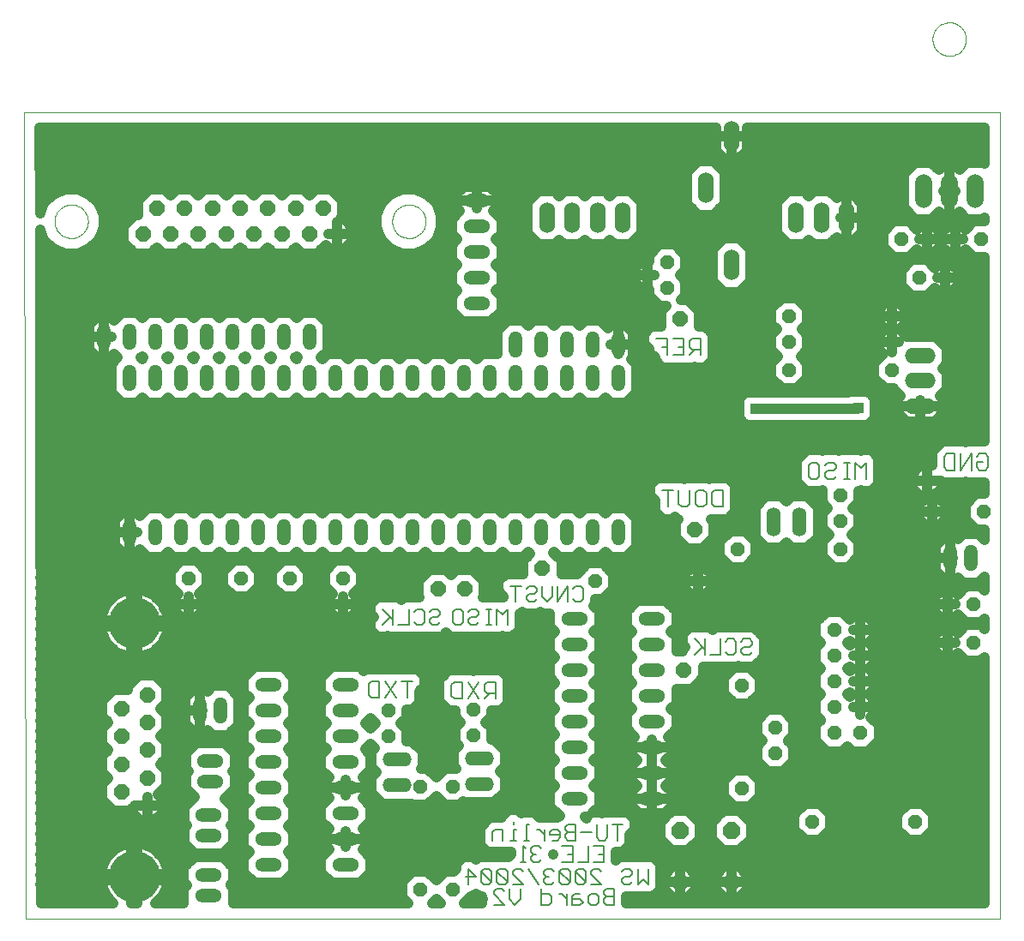
<source format=gbr>
G75*
G70*
%OFA0B0*%
%FSLAX24Y24*%
%IPPOS*%
%LPD*%
%AMOC8*
5,1,8,0,0,1.08239X$1,22.5*
%
%ADD10C,0.0000*%
%ADD11C,0.0060*%
%ADD12C,0.0050*%
%ADD13O,0.0520X0.1040*%
%ADD14O,0.1040X0.0520*%
%ADD15OC8,0.0560*%
%ADD16OC8,0.0600*%
%ADD17OC8,0.0520*%
%ADD18O,0.0660X0.1320*%
%ADD19OC8,0.0660*%
%ADD20O,0.1120X0.0560*%
%ADD21O,0.0560X0.1120*%
%ADD22O,0.0600X0.1200*%
%ADD23O,0.1200X0.0600*%
%ADD24C,0.2000*%
%ADD25C,0.0200*%
%ADD26C,0.0400*%
%ADD27R,0.0400X0.0400*%
%ADD28C,0.0160*%
D10*
X040836Y001526D02*
X002954Y001537D01*
X002917Y032891D01*
X040833Y032891D01*
X040836Y001526D01*
X017210Y028643D02*
X017213Y028702D01*
X017221Y028761D01*
X017234Y028818D01*
X017253Y028875D01*
X017276Y028929D01*
X017305Y028981D01*
X017338Y029030D01*
X017375Y029076D01*
X017416Y029118D01*
X017461Y029156D01*
X017510Y029191D01*
X017561Y029220D01*
X017615Y029245D01*
X017670Y029265D01*
X017728Y029279D01*
X017786Y029289D01*
X017845Y029293D01*
X017904Y029291D01*
X017963Y029285D01*
X018021Y029273D01*
X018078Y029255D01*
X018132Y029233D01*
X018185Y029206D01*
X018235Y029174D01*
X018282Y029138D01*
X018325Y029097D01*
X018364Y029053D01*
X018399Y029006D01*
X018430Y028955D01*
X018456Y028902D01*
X018477Y028847D01*
X018493Y028790D01*
X018504Y028732D01*
X018509Y028673D01*
X018509Y028613D01*
X018504Y028554D01*
X018493Y028496D01*
X018477Y028439D01*
X018456Y028384D01*
X018430Y028331D01*
X018399Y028280D01*
X018364Y028233D01*
X018325Y028189D01*
X018282Y028148D01*
X018235Y028112D01*
X018185Y028080D01*
X018132Y028053D01*
X018078Y028031D01*
X018021Y028013D01*
X017963Y028001D01*
X017904Y027995D01*
X017845Y027993D01*
X017786Y027997D01*
X017728Y028007D01*
X017670Y028021D01*
X017615Y028041D01*
X017561Y028066D01*
X017510Y028095D01*
X017461Y028130D01*
X017416Y028168D01*
X017375Y028210D01*
X017338Y028256D01*
X017305Y028305D01*
X017276Y028357D01*
X017253Y028411D01*
X017234Y028468D01*
X017221Y028525D01*
X017213Y028584D01*
X017210Y028643D01*
X004090Y028643D02*
X004093Y028702D01*
X004101Y028761D01*
X004114Y028818D01*
X004133Y028875D01*
X004156Y028929D01*
X004185Y028981D01*
X004218Y029030D01*
X004255Y029076D01*
X004296Y029118D01*
X004341Y029156D01*
X004390Y029191D01*
X004441Y029220D01*
X004495Y029245D01*
X004550Y029265D01*
X004608Y029279D01*
X004666Y029289D01*
X004725Y029293D01*
X004784Y029291D01*
X004843Y029285D01*
X004901Y029273D01*
X004958Y029255D01*
X005012Y029233D01*
X005065Y029206D01*
X005115Y029174D01*
X005162Y029138D01*
X005205Y029097D01*
X005244Y029053D01*
X005279Y029006D01*
X005310Y028955D01*
X005336Y028902D01*
X005357Y028847D01*
X005373Y028790D01*
X005384Y028732D01*
X005389Y028673D01*
X005389Y028613D01*
X005384Y028554D01*
X005373Y028496D01*
X005357Y028439D01*
X005336Y028384D01*
X005310Y028331D01*
X005279Y028280D01*
X005244Y028233D01*
X005205Y028189D01*
X005162Y028148D01*
X005115Y028112D01*
X005065Y028080D01*
X005012Y028053D01*
X004958Y028031D01*
X004901Y028013D01*
X004843Y028001D01*
X004784Y027995D01*
X004725Y027993D01*
X004666Y027997D01*
X004608Y028007D01*
X004550Y028021D01*
X004495Y028041D01*
X004441Y028066D01*
X004390Y028095D01*
X004341Y028130D01*
X004296Y028168D01*
X004255Y028210D01*
X004218Y028256D01*
X004185Y028305D01*
X004156Y028357D01*
X004133Y028411D01*
X004114Y028468D01*
X004101Y028525D01*
X004093Y028584D01*
X004090Y028643D01*
X038214Y035731D02*
X038217Y035790D01*
X038225Y035849D01*
X038238Y035906D01*
X038257Y035963D01*
X038280Y036017D01*
X038309Y036069D01*
X038342Y036118D01*
X038379Y036164D01*
X038420Y036206D01*
X038465Y036244D01*
X038514Y036279D01*
X038565Y036308D01*
X038619Y036333D01*
X038674Y036353D01*
X038732Y036367D01*
X038790Y036377D01*
X038849Y036381D01*
X038908Y036379D01*
X038967Y036373D01*
X039025Y036361D01*
X039082Y036343D01*
X039136Y036321D01*
X039189Y036294D01*
X039239Y036262D01*
X039286Y036226D01*
X039329Y036185D01*
X039368Y036141D01*
X039403Y036094D01*
X039434Y036043D01*
X039460Y035990D01*
X039481Y035935D01*
X039497Y035878D01*
X039508Y035820D01*
X039513Y035761D01*
X039513Y035701D01*
X039508Y035642D01*
X039497Y035584D01*
X039481Y035527D01*
X039460Y035472D01*
X039434Y035419D01*
X039403Y035368D01*
X039368Y035321D01*
X039329Y035277D01*
X039286Y035236D01*
X039239Y035200D01*
X039189Y035168D01*
X039136Y035141D01*
X039082Y035119D01*
X039025Y035101D01*
X038967Y035089D01*
X038908Y035083D01*
X038849Y035081D01*
X038790Y035085D01*
X038732Y035095D01*
X038674Y035109D01*
X038619Y035129D01*
X038565Y035154D01*
X038514Y035183D01*
X038465Y035218D01*
X038420Y035256D01*
X038379Y035298D01*
X038342Y035344D01*
X038309Y035393D01*
X038280Y035445D01*
X038257Y035499D01*
X038238Y035556D01*
X038225Y035613D01*
X038217Y035672D01*
X038214Y035731D01*
X011840Y028143D02*
X011825Y028148D01*
D11*
X035642Y018629D02*
X035642Y019269D01*
X035429Y019056D01*
X035215Y019269D01*
X035215Y018629D01*
X034998Y018629D02*
X034784Y018629D01*
X034891Y018629D02*
X034891Y019269D01*
X034998Y019269D02*
X034784Y019269D01*
X034033Y019162D02*
X034140Y019269D01*
X034354Y019269D01*
X034460Y019162D01*
X034460Y019056D01*
X034354Y018949D01*
X034140Y018949D01*
X034033Y018842D01*
X034033Y018735D01*
X034140Y018629D01*
X034354Y018629D01*
X034460Y018735D01*
X033496Y019269D02*
X033709Y019269D01*
X033816Y019162D01*
X033816Y018735D01*
X033709Y018629D01*
X033496Y018629D01*
X033389Y018735D01*
X033389Y019162D01*
X033496Y019269D01*
X021229Y010076D02*
X021229Y010716D01*
X020908Y010716D01*
X020802Y010609D01*
X020802Y010396D01*
X020908Y010289D01*
X021229Y010289D01*
X021015Y010289D02*
X020802Y010076D01*
X020157Y010076D02*
X020584Y010716D01*
X020157Y010716D02*
X020584Y010076D01*
X019940Y010716D02*
X019940Y010076D01*
X019619Y010076D01*
X019513Y010182D01*
X019513Y010609D01*
X019619Y010716D01*
X019940Y010716D01*
X017793Y010765D02*
X017793Y010124D01*
X018007Y010765D02*
X017580Y010765D01*
X017362Y010765D02*
X016935Y010124D01*
X017362Y010124D02*
X016935Y010765D01*
X016718Y010765D02*
X016718Y010124D01*
X016397Y010124D01*
X016291Y010231D01*
X016291Y010658D01*
X016397Y010765D01*
X016718Y010765D01*
X029190Y023441D02*
X029190Y024081D01*
X028870Y024081D01*
X028763Y023974D01*
X028763Y023761D01*
X028870Y023654D01*
X029190Y023654D01*
X028977Y023654D02*
X028763Y023441D01*
X028119Y024081D02*
X028546Y024081D01*
X028546Y023441D01*
X028119Y023441D01*
X028332Y023761D02*
X028546Y023761D01*
X027901Y023441D02*
X027901Y024081D01*
X027474Y024081D01*
X027688Y023761D02*
X027901Y023761D01*
X039945Y019500D02*
X040051Y019607D01*
X040265Y019607D01*
X040372Y019500D01*
X040372Y019073D01*
X040265Y018966D01*
X040051Y018966D01*
X039945Y019073D01*
X039945Y019286D01*
X040158Y019286D01*
X039727Y018966D02*
X039727Y019607D01*
X039300Y018966D01*
X039300Y019607D01*
X039083Y019607D02*
X039083Y018966D01*
X038762Y018966D01*
X038656Y019073D01*
X038656Y019500D01*
X038762Y019607D01*
X039083Y019607D01*
X030068Y018180D02*
X030068Y017539D01*
X029748Y017539D01*
X029641Y017646D01*
X029641Y018073D01*
X029748Y018180D01*
X030068Y018180D01*
X029103Y018180D02*
X029317Y018180D01*
X029424Y018073D01*
X029424Y017646D01*
X029317Y017539D01*
X029103Y017539D01*
X028997Y017646D01*
X028997Y018073D01*
X029103Y018180D01*
X028779Y018180D02*
X028779Y017646D01*
X028672Y017539D01*
X028459Y017539D01*
X028352Y017646D01*
X028352Y018180D01*
X027921Y018180D02*
X027921Y017539D01*
X028134Y018180D02*
X027707Y018180D01*
D12*
X030781Y012304D02*
X030882Y012406D01*
X031086Y012406D01*
X031188Y012304D01*
X031188Y012202D01*
X031086Y012100D01*
X030882Y012100D01*
X030781Y011999D01*
X030781Y011897D01*
X030882Y011795D01*
X031086Y011795D01*
X031188Y011897D01*
X030173Y012304D02*
X030275Y012406D01*
X030478Y012406D01*
X030580Y012304D01*
X030580Y011897D01*
X030478Y011795D01*
X030275Y011795D01*
X030173Y011897D01*
X029972Y012406D02*
X029972Y011795D01*
X029565Y011795D01*
X029365Y011795D02*
X029365Y012406D01*
X029365Y011999D02*
X028958Y012406D01*
X029263Y012100D02*
X028958Y011795D01*
X024243Y014363D02*
X024345Y014464D01*
X024549Y014464D01*
X024650Y014363D01*
X024650Y013956D01*
X024549Y013854D01*
X024345Y013854D01*
X024243Y013956D01*
X024043Y013854D02*
X024043Y014464D01*
X023636Y013854D01*
X023636Y014464D01*
X023435Y014464D02*
X023435Y014057D01*
X023231Y013854D01*
X023028Y014057D01*
X023028Y014464D01*
X022420Y014363D02*
X022522Y014464D01*
X022726Y014464D01*
X022827Y014363D01*
X022827Y014261D01*
X022726Y014159D01*
X022522Y014159D01*
X022420Y014057D01*
X022420Y013956D01*
X022522Y013854D01*
X022726Y013854D01*
X022827Y013956D01*
X022016Y013854D02*
X022016Y014464D01*
X021813Y014464D02*
X022220Y014464D01*
X021690Y012959D02*
X021690Y013569D01*
X021486Y013366D01*
X021283Y013569D01*
X021283Y012959D01*
X021082Y012959D02*
X020879Y012959D01*
X020981Y012959D02*
X020981Y013569D01*
X021082Y013569D02*
X020879Y013569D01*
X020169Y013468D02*
X020271Y013569D01*
X020474Y013569D01*
X020576Y013468D01*
X020576Y013366D01*
X020474Y013264D01*
X020271Y013264D01*
X020169Y013162D01*
X020169Y013061D01*
X020271Y012959D01*
X020474Y012959D01*
X020576Y013061D01*
X019663Y013569D02*
X019866Y013569D01*
X019968Y013468D01*
X019968Y013061D01*
X019866Y012959D01*
X019663Y012959D01*
X019561Y013061D01*
X019561Y013468D01*
X019663Y013569D01*
X018667Y013468D02*
X018769Y013569D01*
X018972Y013569D01*
X019074Y013468D01*
X019074Y013366D01*
X018972Y013264D01*
X018769Y013264D01*
X018667Y013162D01*
X018667Y013061D01*
X018769Y012959D01*
X018972Y012959D01*
X019074Y013061D01*
X018059Y013468D02*
X018161Y013569D01*
X018364Y013569D01*
X018466Y013468D01*
X018466Y013061D01*
X018364Y012959D01*
X018161Y012959D01*
X018059Y013061D01*
X017858Y013569D02*
X017858Y012959D01*
X017451Y012959D01*
X017251Y012959D02*
X017251Y013569D01*
X017251Y013162D02*
X016844Y013569D01*
X017149Y013264D02*
X016844Y012959D01*
X025971Y005181D02*
X025971Y004570D01*
X026174Y005181D02*
X025767Y005181D01*
X025567Y005181D02*
X025567Y004672D01*
X025465Y004570D01*
X025261Y004570D01*
X025160Y004672D01*
X025160Y005181D01*
X024959Y004876D02*
X024552Y004876D01*
X024351Y004570D02*
X024351Y005181D01*
X024046Y005181D01*
X023944Y005079D01*
X023944Y004977D01*
X024046Y004876D01*
X023944Y004774D01*
X023944Y004672D01*
X024046Y004570D01*
X024351Y004570D01*
X024351Y004876D02*
X024046Y004876D01*
X023438Y004570D02*
X023642Y004570D01*
X023743Y004672D01*
X023743Y004876D01*
X023642Y004977D01*
X023438Y004977D01*
X023336Y004876D01*
X023336Y004774D01*
X023743Y004774D01*
X023136Y004570D02*
X023136Y004977D01*
X023136Y004774D02*
X022932Y004977D01*
X022830Y004977D01*
X022528Y005181D02*
X022426Y005181D01*
X022426Y004570D01*
X022528Y004570D02*
X022324Y004570D01*
X022022Y004977D02*
X021920Y004977D01*
X021920Y004570D01*
X022022Y004570D02*
X021818Y004570D01*
X021920Y005181D02*
X021920Y005283D01*
X021515Y004570D02*
X021515Y004977D01*
X021210Y004977D01*
X021108Y004876D01*
X021108Y004570D01*
X025032Y004341D02*
X025439Y004341D01*
X025439Y003730D01*
X025032Y003730D01*
X025236Y004036D02*
X025439Y004036D01*
X024831Y004341D02*
X024831Y003730D01*
X024424Y003730D01*
X023817Y004341D02*
X024224Y004341D01*
X024224Y003730D01*
X023817Y003730D01*
X024020Y004036D02*
X024224Y004036D01*
X023008Y004239D02*
X022906Y004341D01*
X022703Y004341D01*
X022601Y004239D01*
X022601Y004137D01*
X022703Y004036D01*
X022805Y004036D01*
X022703Y004036D02*
X022601Y003934D01*
X022601Y003832D01*
X022703Y003730D01*
X022906Y003730D01*
X023008Y003832D01*
X022401Y004239D02*
X022299Y004341D01*
X022299Y003730D01*
X022401Y003730D02*
X022197Y003730D01*
X027160Y003467D02*
X027160Y002856D01*
X026957Y003060D01*
X026753Y002856D01*
X026753Y003467D01*
X026145Y003365D02*
X026247Y003467D01*
X026451Y003467D01*
X026552Y003365D01*
X026552Y003263D01*
X026451Y003161D01*
X026247Y003161D01*
X026145Y003060D01*
X026145Y002958D01*
X026247Y002856D01*
X026451Y002856D01*
X026552Y002958D01*
X024930Y002856D02*
X025337Y002856D01*
X024930Y003263D01*
X024930Y003365D01*
X025032Y003467D01*
X025235Y003467D01*
X025337Y003365D01*
X024729Y002958D02*
X024729Y003365D01*
X024628Y003467D01*
X024424Y003467D01*
X024322Y003365D01*
X024322Y002958D01*
X024424Y002856D01*
X024628Y002856D01*
X024729Y002958D01*
X024322Y003365D01*
X024122Y002958D02*
X024122Y003365D01*
X024020Y003467D01*
X023816Y003467D01*
X023715Y003365D01*
X023715Y002958D01*
X023816Y002856D01*
X024020Y002856D01*
X024122Y002958D01*
X023715Y003365D01*
X023514Y003365D02*
X023412Y003467D01*
X023209Y003467D01*
X023107Y003365D01*
X023107Y003263D01*
X023209Y003161D01*
X023310Y003161D01*
X023209Y003161D02*
X023107Y003060D01*
X023107Y002958D01*
X023209Y002856D01*
X023412Y002856D01*
X023514Y002958D01*
X022906Y002856D02*
X022499Y003467D01*
X021891Y002856D02*
X022298Y002856D01*
X021891Y003263D01*
X021891Y003365D01*
X021993Y003467D01*
X022197Y003467D01*
X022298Y003365D01*
X021691Y002958D02*
X021691Y003365D01*
X021589Y003467D01*
X021385Y003467D01*
X021284Y003365D01*
X021284Y002958D01*
X021385Y002856D01*
X021589Y002856D01*
X021691Y002958D01*
X021284Y003365D01*
X021083Y002958D02*
X021083Y003365D01*
X020981Y003467D01*
X020778Y003467D01*
X020676Y003365D01*
X020676Y002958D01*
X020778Y002856D01*
X020981Y002856D01*
X021083Y002958D01*
X020676Y003365D01*
X020170Y002856D02*
X020170Y003467D01*
X020475Y003161D01*
X020068Y003161D01*
X025834Y002069D02*
X025834Y002679D01*
X025529Y002679D01*
X025427Y002578D01*
X025427Y002476D01*
X025529Y002374D01*
X025427Y002272D01*
X025427Y002171D01*
X025529Y002069D01*
X025834Y002069D01*
X025834Y002374D02*
X025529Y002374D01*
X025125Y002069D02*
X024921Y002069D01*
X024819Y002171D01*
X024819Y002374D01*
X024921Y002476D01*
X025125Y002476D01*
X025226Y002374D01*
X025226Y002171D01*
X025125Y002069D01*
X024517Y002476D02*
X024313Y002476D01*
X024212Y002374D01*
X024212Y002069D01*
X024517Y002069D01*
X024619Y002171D01*
X024517Y002272D01*
X024212Y002272D01*
X024011Y002069D02*
X024011Y002476D01*
X024011Y002272D02*
X023807Y002476D01*
X023706Y002476D01*
X022996Y002679D02*
X022996Y002069D01*
X023302Y002069D01*
X023403Y002171D01*
X023403Y002374D01*
X023302Y002476D01*
X022996Y002476D01*
X022188Y002679D02*
X022188Y002272D01*
X021984Y002069D01*
X021781Y002272D01*
X021781Y002679D01*
X021173Y002069D02*
X021580Y002069D01*
X021173Y002476D01*
X021173Y002578D01*
X021275Y002679D01*
X021478Y002679D01*
X021580Y002578D01*
D13*
X026000Y016543D03*
X025000Y016543D03*
X024000Y016543D03*
X023000Y016543D03*
X022000Y016543D03*
X021000Y016543D03*
X020000Y016543D03*
X019000Y016543D03*
X018000Y016543D03*
X017000Y016543D03*
X016000Y016543D03*
X015000Y016543D03*
X014000Y016543D03*
X013000Y016543D03*
X012000Y016543D03*
X011000Y016543D03*
X010000Y016543D03*
X009000Y016543D03*
X008000Y016543D03*
X007000Y016543D03*
X007000Y022543D03*
X008000Y022543D03*
X009000Y022543D03*
X010000Y022543D03*
X011000Y022543D03*
X012000Y022543D03*
X013000Y022543D03*
X014000Y022543D03*
X015000Y022543D03*
X016000Y022543D03*
X017000Y022543D03*
X018000Y022543D03*
X019000Y022543D03*
X020000Y022543D03*
X021000Y022543D03*
X022000Y022543D03*
X023000Y022543D03*
X024000Y022543D03*
X025000Y022543D03*
X026000Y022543D03*
X038899Y015543D03*
X039699Y015543D03*
X010534Y009618D03*
X009734Y009618D03*
X006000Y024143D03*
X007000Y024143D03*
X008000Y024143D03*
X009000Y024143D03*
X010000Y024143D03*
X011000Y024143D03*
X012000Y024143D03*
X013000Y024143D03*
X014000Y024143D03*
X026000Y023843D03*
X025000Y023843D03*
X024000Y023843D03*
X023000Y023843D03*
X022000Y023843D03*
D14*
X027299Y013193D03*
X027299Y012193D03*
X027299Y007193D03*
X027299Y006193D03*
X027299Y011193D03*
X027299Y010193D03*
X027299Y008193D03*
X027299Y009193D03*
X024299Y006193D03*
X024299Y007193D03*
X024299Y008193D03*
X024299Y009193D03*
X024299Y010193D03*
X024299Y011193D03*
X024299Y012193D03*
X024299Y013193D03*
X012407Y003612D03*
X012407Y004612D03*
X012407Y005612D03*
X012407Y006612D03*
X012407Y007612D03*
X012407Y008612D03*
X012407Y009612D03*
X012407Y010612D03*
X015407Y010612D03*
X015407Y009612D03*
X015407Y008612D03*
X015407Y007612D03*
X015407Y006612D03*
X015407Y005612D03*
X015407Y004612D03*
X015407Y003612D03*
X010084Y005552D03*
X010084Y004752D03*
X010151Y007664D03*
X010151Y006864D03*
X010072Y002428D03*
X010072Y003228D03*
X020500Y029443D03*
X020500Y028443D03*
X020500Y027443D03*
X020500Y026443D03*
X020500Y025443D03*
D15*
X034399Y008743D03*
X035399Y008743D03*
X034399Y009743D03*
X035399Y009743D03*
X034399Y010743D03*
X035399Y010743D03*
X034399Y011743D03*
X035399Y011743D03*
X034399Y012743D03*
X035399Y012743D03*
D16*
X015080Y028143D03*
X014000Y028143D03*
X012920Y028143D03*
X011840Y028143D03*
X010760Y028143D03*
X009680Y028143D03*
X008600Y028143D03*
X007520Y028143D03*
X014540Y029143D03*
X013460Y029143D03*
X012380Y029143D03*
X011300Y029143D03*
X010220Y029143D03*
X009140Y029143D03*
X008060Y029143D03*
X028400Y024843D03*
X037999Y018543D03*
X028962Y016658D03*
X023050Y015143D03*
X028549Y011193D03*
X020022Y014361D03*
X018987Y014361D03*
X007690Y010236D03*
X007690Y009156D03*
X007690Y008076D03*
X007690Y006996D03*
X007690Y005916D03*
X006690Y009696D03*
X006690Y008616D03*
X006690Y007536D03*
X006690Y006456D03*
D17*
X013248Y014743D03*
X011348Y014743D03*
X009300Y014743D03*
X009300Y013743D03*
X015300Y014743D03*
X015300Y013743D03*
X040199Y017343D03*
X038199Y017343D03*
X039799Y012243D03*
X038799Y012243D03*
X033549Y005293D03*
X037549Y005293D03*
X032099Y007943D03*
X032099Y008943D03*
X038699Y026443D03*
X037699Y026443D03*
X039099Y027943D03*
X040099Y027943D03*
X030799Y006593D03*
X030799Y010593D03*
X020357Y008662D03*
X020357Y009662D03*
X017057Y008612D03*
X017057Y009612D03*
X034627Y017999D03*
X034627Y016999D03*
X030644Y015899D03*
X034644Y015899D03*
X025099Y014643D03*
X029099Y014643D03*
X039799Y013743D03*
X038799Y013743D03*
X036999Y027943D03*
X037999Y027943D03*
X027900Y026043D03*
X027150Y026543D03*
X027900Y027043D03*
X036649Y022843D03*
X032649Y022843D03*
X036649Y024951D03*
X032649Y024951D03*
X036649Y023943D03*
X032649Y023943D03*
X019557Y006662D03*
X019557Y002662D03*
X018291Y006658D03*
X018291Y002658D03*
D18*
X039864Y029831D03*
X038864Y029831D03*
X037864Y029831D03*
D19*
X030399Y004943D03*
X028399Y004943D03*
X028399Y002943D03*
X030399Y002943D03*
D20*
X017407Y006712D03*
X017407Y007712D03*
X020607Y007762D03*
X020607Y006762D03*
D21*
X032044Y016949D03*
X033044Y016949D03*
D22*
X025193Y028782D03*
X026177Y028782D03*
X024208Y028782D03*
X023224Y028782D03*
X030400Y026943D03*
X030400Y031943D03*
X029400Y029943D03*
X034885Y028782D03*
X033900Y028782D03*
X032916Y028782D03*
D23*
X037738Y021459D03*
X037738Y022443D03*
X037738Y023427D03*
D24*
X007190Y013006D03*
X007190Y003146D03*
D25*
X036244Y021381D02*
X036246Y021383D01*
X036249Y021393D01*
D26*
X007450Y023343D02*
X007500Y023293D01*
X007551Y023343D01*
X007500Y023393D01*
X007450Y023343D01*
X009450Y023343D02*
X009500Y023293D01*
X009551Y023343D01*
X009500Y023393D01*
X009450Y023343D01*
X011450Y023343D02*
X011500Y023293D01*
X011551Y023343D01*
X011500Y023393D01*
X011450Y023343D01*
X013450Y023343D02*
X013500Y023293D01*
X013551Y023343D01*
X013500Y023393D01*
X013450Y023343D01*
X012450Y023343D02*
X012500Y023293D01*
X012551Y023343D01*
X012500Y023393D01*
X012450Y023343D01*
X010450Y023343D02*
X010500Y023293D01*
X010551Y023343D01*
X010500Y023393D01*
X010450Y023343D01*
X008450Y023343D02*
X008500Y023293D01*
X008551Y023343D01*
X008500Y023393D01*
X008450Y023343D01*
X020708Y002132D02*
X020708Y002261D01*
X020719Y002272D01*
X020708Y002283D01*
X020708Y002385D01*
X020708Y002391D01*
X020585Y002391D01*
X020483Y002493D01*
X020483Y002493D01*
X020474Y002502D01*
X020363Y002391D01*
X020257Y002391D01*
X020257Y002372D01*
X020016Y002132D01*
X020708Y002132D01*
X019097Y002132D02*
X018926Y002303D01*
X018754Y002132D01*
X019097Y002132D01*
X034917Y012243D02*
X034998Y012162D01*
X035079Y012243D01*
X034998Y012324D01*
X034917Y012243D01*
X034917Y011243D02*
X034998Y011162D01*
X035079Y011243D01*
X034998Y011324D01*
X034917Y011243D01*
X034917Y010243D02*
X034998Y010162D01*
X035079Y010243D01*
X034998Y010324D01*
X034917Y010243D01*
X016567Y009112D02*
X016362Y009317D01*
X016156Y009112D01*
X016362Y008907D01*
X016567Y009112D01*
X039099Y027943D02*
X039099Y028503D01*
X039331Y028503D01*
X039500Y028334D01*
X039809Y028643D01*
X040234Y028643D01*
X040234Y028781D01*
X040183Y028731D01*
X039546Y028731D01*
X039265Y029011D01*
X039125Y028871D01*
X038865Y028871D01*
X038865Y029831D01*
X039094Y029831D01*
X039094Y029831D01*
X038865Y029831D01*
X038865Y030791D01*
X039125Y030791D01*
X039265Y030651D01*
X039546Y030931D01*
X040183Y030931D01*
X040233Y030881D01*
X040233Y032291D01*
X031000Y032291D01*
X031000Y031943D01*
X030401Y031943D01*
X030401Y032291D01*
X030400Y032291D01*
X030400Y031943D01*
X029800Y031943D01*
X029800Y032291D01*
X003518Y032291D01*
X003521Y028966D01*
X003681Y029351D01*
X004032Y029703D01*
X004492Y029893D01*
X004989Y029893D01*
X005449Y029703D01*
X005800Y029351D01*
X005990Y028891D01*
X005990Y028394D01*
X005800Y027935D01*
X005449Y027583D01*
X004989Y027393D01*
X004492Y027393D01*
X004032Y027583D01*
X003681Y027935D01*
X003522Y028318D01*
X003553Y002137D01*
X006362Y002136D01*
X006088Y002410D01*
X005890Y002888D01*
X005890Y003021D01*
X007065Y003021D01*
X007065Y002136D01*
X007315Y002136D01*
X007315Y003021D01*
X008490Y003021D01*
X008490Y002888D01*
X008292Y002410D01*
X008017Y002135D01*
X009116Y002135D01*
X009112Y002138D01*
X009112Y002718D01*
X009222Y002828D01*
X009112Y002938D01*
X009112Y003518D01*
X009522Y003928D01*
X010622Y003928D01*
X011032Y003518D01*
X011032Y002938D01*
X010922Y002828D01*
X011032Y002718D01*
X011032Y002138D01*
X011029Y002134D01*
X017827Y002132D01*
X017591Y002368D01*
X017591Y002948D01*
X018001Y003358D01*
X018580Y003358D01*
X018922Y003017D01*
X019267Y003362D01*
X019612Y003362D01*
X019705Y003456D01*
X019705Y003659D01*
X019977Y003932D01*
X020363Y003932D01*
X020474Y003820D01*
X020483Y003830D01*
X020483Y003830D01*
X020585Y003932D01*
X020970Y003932D01*
X021174Y003932D01*
X021183Y003922D01*
X021193Y003932D01*
X021578Y003932D01*
X021741Y003932D01*
X021834Y004025D01*
X021834Y004105D01*
X021708Y004105D01*
X021323Y004105D01*
X021312Y004116D01*
X021301Y004105D01*
X020916Y004105D01*
X020643Y004378D01*
X020643Y005068D01*
X020916Y005341D01*
X021017Y005442D01*
X021402Y005442D01*
X021455Y005442D01*
X021455Y005475D01*
X021727Y005748D01*
X022112Y005748D01*
X022224Y005636D01*
X022234Y005646D01*
X022619Y005646D01*
X022721Y005646D01*
X022924Y005442D01*
X023125Y005442D01*
X023328Y005442D01*
X023631Y005442D01*
X023650Y005442D01*
X023725Y005517D01*
X023339Y005903D01*
X023339Y006483D01*
X023549Y006693D01*
X023339Y006903D01*
X023339Y007483D01*
X023549Y007693D01*
X023339Y007903D01*
X023339Y008483D01*
X023549Y008693D01*
X023339Y008903D01*
X023339Y009483D01*
X023549Y009693D01*
X023339Y009903D01*
X023339Y010483D01*
X023549Y010693D01*
X023339Y010903D01*
X023339Y011483D01*
X023549Y011693D01*
X023339Y011903D01*
X023339Y012483D01*
X023549Y012693D01*
X023339Y012903D01*
X023339Y013389D01*
X023039Y013389D01*
X022979Y013449D01*
X022918Y013389D01*
X022533Y013389D01*
X022329Y013389D01*
X022269Y013449D01*
X022209Y013389D01*
X022155Y013389D01*
X022155Y013377D01*
X022155Y012766D01*
X021883Y012494D01*
X021497Y012494D01*
X021487Y012505D01*
X021476Y012494D01*
X021275Y012494D01*
X021173Y012494D01*
X020788Y012494D01*
X020686Y012494D01*
X020676Y012504D01*
X020667Y012494D01*
X020282Y012494D01*
X020078Y012494D01*
X020069Y012503D01*
X020059Y012494D01*
X019856Y012494D01*
X019470Y012494D01*
X019470Y012494D01*
X019369Y012596D01*
X019369Y012596D01*
X019317Y012647D01*
X019165Y012494D01*
X018779Y012494D01*
X018576Y012494D01*
X018566Y012503D01*
X018557Y012494D01*
X018353Y012494D01*
X018051Y012494D01*
X017443Y012494D01*
X017058Y012494D01*
X017047Y012505D01*
X017036Y012494D01*
X016651Y012494D01*
X016379Y012766D01*
X016379Y013151D01*
X016491Y013264D01*
X016379Y013377D01*
X016379Y013762D01*
X016651Y014034D01*
X017036Y014034D01*
X017047Y014023D01*
X017058Y014034D01*
X017443Y014034D01*
X017555Y013923D01*
X017666Y014034D01*
X018051Y014034D01*
X018172Y014034D01*
X018267Y014034D01*
X018247Y014054D01*
X018247Y014667D01*
X018680Y015101D01*
X019293Y015101D01*
X019504Y014890D01*
X019716Y015101D01*
X020329Y015101D01*
X020762Y014667D01*
X020762Y014054D01*
X020742Y014034D01*
X021275Y014034D01*
X021476Y014034D01*
X021487Y014023D01*
X021497Y014034D01*
X021551Y014034D01*
X021551Y014068D01*
X021348Y014272D01*
X021348Y014657D01*
X021620Y014929D01*
X022310Y014929D01*
X022310Y015449D01*
X022577Y015716D01*
X022500Y015793D01*
X022290Y015583D01*
X021711Y015583D01*
X021500Y015793D01*
X021290Y015583D01*
X020711Y015583D01*
X020500Y015793D01*
X020290Y015583D01*
X019711Y015583D01*
X019500Y015793D01*
X019290Y015583D01*
X018711Y015583D01*
X018500Y015793D01*
X018290Y015583D01*
X017711Y015583D01*
X017500Y015793D01*
X017290Y015583D01*
X016711Y015583D01*
X016500Y015793D01*
X016290Y015583D01*
X015711Y015583D01*
X015500Y015793D01*
X015290Y015583D01*
X014711Y015583D01*
X014500Y015793D01*
X014290Y015583D01*
X013711Y015583D01*
X013500Y015793D01*
X013290Y015583D01*
X012711Y015583D01*
X012500Y015793D01*
X012290Y015583D01*
X011711Y015583D01*
X011500Y015793D01*
X011290Y015583D01*
X010711Y015583D01*
X010500Y015793D01*
X010290Y015583D01*
X009711Y015583D01*
X009500Y015793D01*
X009290Y015583D01*
X008711Y015583D01*
X008500Y015793D01*
X008290Y015583D01*
X007711Y015583D01*
X007401Y015892D01*
X007232Y015723D01*
X007001Y015723D01*
X007001Y016543D01*
X007300Y016543D01*
X007300Y016543D01*
X007001Y016543D01*
X007001Y017363D01*
X007232Y017363D01*
X007401Y017194D01*
X007711Y017503D01*
X008290Y017503D01*
X008500Y017293D01*
X008711Y017503D01*
X009290Y017503D01*
X009500Y017293D01*
X009711Y017503D01*
X010290Y017503D01*
X010500Y017293D01*
X010711Y017503D01*
X011290Y017503D01*
X011500Y017293D01*
X011711Y017503D01*
X012290Y017503D01*
X012500Y017293D01*
X012711Y017503D01*
X013290Y017503D01*
X013500Y017293D01*
X013711Y017503D01*
X014290Y017503D01*
X014500Y017293D01*
X014711Y017503D01*
X015290Y017503D01*
X015500Y017293D01*
X015711Y017503D01*
X016290Y017503D01*
X016500Y017293D01*
X016711Y017503D01*
X017290Y017503D01*
X017500Y017293D01*
X017711Y017503D01*
X018290Y017503D01*
X018500Y017293D01*
X018711Y017503D01*
X019290Y017503D01*
X019500Y017293D01*
X019711Y017503D01*
X020290Y017503D01*
X020500Y017293D01*
X020711Y017503D01*
X021290Y017503D01*
X021500Y017293D01*
X021711Y017503D01*
X022290Y017503D01*
X022500Y017293D01*
X022711Y017503D01*
X023290Y017503D01*
X023500Y017293D01*
X023711Y017503D01*
X024290Y017503D01*
X024500Y017293D01*
X024711Y017503D01*
X025290Y017503D01*
X025500Y017293D01*
X025711Y017503D01*
X026290Y017503D01*
X026700Y017093D01*
X026700Y015993D01*
X026290Y015583D01*
X025711Y015583D01*
X025500Y015793D01*
X025290Y015583D01*
X024711Y015583D01*
X024500Y015793D01*
X024290Y015583D01*
X023711Y015583D01*
X023500Y015793D01*
X023474Y015766D01*
X023790Y015449D01*
X023790Y014929D01*
X023828Y014929D01*
X023839Y014918D01*
X023850Y014929D01*
X024235Y014929D01*
X024356Y014929D01*
X024399Y014929D01*
X024399Y014933D01*
X024809Y015343D01*
X025389Y015343D01*
X025799Y014933D01*
X025799Y014353D01*
X025389Y013943D01*
X025115Y013943D01*
X025115Y013763D01*
X025047Y013695D01*
X025259Y013483D01*
X025259Y012903D01*
X025049Y012693D01*
X025259Y012483D01*
X025259Y011903D01*
X025049Y011693D01*
X025259Y011483D01*
X025259Y010903D01*
X025049Y010693D01*
X025259Y010483D01*
X025259Y009903D01*
X025049Y009693D01*
X025259Y009483D01*
X025259Y008903D01*
X025049Y008693D01*
X025259Y008483D01*
X025259Y007903D01*
X025049Y007693D01*
X025259Y007483D01*
X025259Y006903D01*
X025049Y006693D01*
X025259Y006483D01*
X025259Y005903D01*
X025002Y005646D01*
X025352Y005646D01*
X025363Y005635D01*
X025374Y005646D01*
X025759Y005646D01*
X026367Y005646D01*
X026639Y005373D01*
X026639Y004988D01*
X026436Y004785D01*
X026436Y004378D01*
X026163Y004105D01*
X025904Y004105D01*
X025904Y003843D01*
X025904Y003781D01*
X026055Y003932D01*
X026258Y003932D01*
X026643Y003932D01*
X026946Y003932D01*
X026957Y003921D01*
X026968Y003932D01*
X027353Y003932D01*
X027625Y003659D01*
X027625Y003049D01*
X027625Y002663D01*
X027353Y002391D01*
X026968Y002391D01*
X026957Y002402D01*
X026946Y002391D01*
X026643Y002391D01*
X026299Y002391D01*
X026299Y002181D01*
X026299Y002130D01*
X040236Y002126D01*
X040235Y011689D01*
X040089Y011543D01*
X039509Y011543D01*
X039200Y011852D01*
X039031Y011683D01*
X038799Y011683D01*
X038799Y012243D01*
X039099Y012243D01*
X039099Y012243D01*
X038799Y012243D01*
X038799Y012803D01*
X039031Y012803D01*
X039200Y012634D01*
X039509Y012943D01*
X040089Y012943D01*
X040235Y012797D01*
X040235Y013189D01*
X040089Y013043D01*
X039509Y013043D01*
X039200Y013352D01*
X039031Y013183D01*
X038799Y013183D01*
X038799Y013743D01*
X039099Y013743D01*
X039099Y013743D01*
X038799Y013743D01*
X038799Y014303D01*
X039031Y014303D01*
X039200Y014134D01*
X039509Y014443D01*
X040089Y014443D01*
X040235Y014297D01*
X040235Y014829D01*
X039989Y014583D01*
X039409Y014583D01*
X039200Y014792D01*
X039131Y014723D01*
X038899Y014723D01*
X038899Y015543D01*
X038999Y015543D01*
X038999Y015543D01*
X038899Y015543D01*
X038899Y016363D01*
X039131Y016363D01*
X039200Y016294D01*
X039409Y016503D01*
X039989Y016503D01*
X040235Y016257D01*
X040235Y016643D01*
X039909Y016643D01*
X039499Y017053D01*
X039499Y017633D01*
X039909Y018043D01*
X040235Y018043D01*
X040235Y018496D01*
X039922Y018496D01*
X039533Y018496D01*
X039514Y018515D01*
X039495Y018496D01*
X039277Y018496D01*
X038957Y018496D01*
X038599Y018496D01*
X038599Y018294D01*
X038247Y017943D01*
X037999Y017943D01*
X037999Y018543D01*
X038521Y018543D01*
X038521Y018543D01*
X037999Y018543D01*
X037999Y019143D01*
X038186Y019143D01*
X038186Y019268D01*
X038186Y019305D01*
X038186Y019695D01*
X038323Y019832D01*
X038325Y019834D01*
X038461Y019970D01*
X038461Y019970D01*
X038568Y020077D01*
X038888Y020077D01*
X039277Y020077D01*
X039495Y020077D01*
X039514Y020058D01*
X039533Y020077D01*
X039922Y020077D01*
X040070Y020077D01*
X040234Y020077D01*
X040234Y027243D01*
X039809Y027243D01*
X039500Y027552D01*
X039331Y027383D01*
X039099Y027383D01*
X039099Y027943D01*
X039399Y027943D01*
X039399Y027943D01*
X039099Y027943D01*
X030690Y020979D02*
X030690Y021743D01*
X030947Y022001D01*
X031712Y022001D01*
X034934Y022001D01*
X034954Y022021D01*
X035719Y022021D01*
X035976Y021763D01*
X035976Y020999D01*
X035974Y020996D01*
X035974Y020992D01*
X035716Y020734D01*
X035595Y020734D01*
X035582Y020721D01*
X035052Y020721D01*
X031717Y020721D01*
X031714Y020718D01*
X030950Y020718D01*
X030692Y020976D01*
X030692Y020977D01*
X030690Y020979D01*
X006931Y004446D02*
X007065Y004446D01*
X007065Y003271D01*
X005890Y003271D01*
X005890Y003405D01*
X006088Y003883D01*
X006453Y004248D01*
X006931Y004446D01*
X008490Y003405D02*
X008490Y003271D01*
X007315Y003271D01*
X007315Y004446D01*
X007448Y004446D01*
X007926Y004248D01*
X008292Y003883D01*
X008490Y003405D01*
X006931Y014306D02*
X007065Y014306D01*
X007065Y013131D01*
X005890Y013131D01*
X005890Y013265D01*
X006088Y013743D01*
X006453Y014108D01*
X006931Y014306D01*
X008490Y013265D02*
X008490Y013131D01*
X007315Y013131D01*
X007315Y014306D01*
X007448Y014306D01*
X007926Y014108D01*
X008292Y013743D01*
X008490Y013265D01*
X007448Y011706D02*
X007315Y011706D01*
X007315Y012881D01*
X008490Y012881D01*
X008490Y012748D01*
X008292Y012270D01*
X007926Y011904D01*
X007448Y011706D01*
X005890Y012748D02*
X005890Y012881D01*
X007065Y012881D01*
X007065Y011706D01*
X006931Y011706D01*
X006453Y011904D01*
X006088Y012270D01*
X005890Y012748D01*
X007938Y005316D02*
X007690Y005316D01*
X007690Y005916D01*
X008290Y005916D01*
X008290Y005668D01*
X007938Y005316D01*
X005769Y024963D02*
X006000Y024963D01*
X006000Y024143D01*
X005440Y024143D01*
X005440Y024635D01*
X005769Y024963D01*
X037999Y019143D02*
X037999Y018543D01*
X037399Y018543D01*
X037399Y018791D01*
X037750Y019143D01*
X037999Y019143D01*
X037399Y018294D02*
X037399Y018543D01*
X037999Y018543D01*
X037999Y017943D01*
X037750Y017943D01*
X037399Y018294D01*
X036299Y027653D02*
X036299Y028233D01*
X036709Y028643D01*
X037289Y028643D01*
X037598Y028334D01*
X037767Y028503D01*
X037999Y028503D01*
X037999Y027943D01*
X037699Y027943D01*
X037699Y027943D01*
X037999Y027943D01*
X037999Y027383D01*
X037767Y027383D01*
X037598Y027552D01*
X037289Y027243D01*
X036709Y027243D01*
X036299Y027653D01*
X038799Y014303D02*
X038799Y013743D01*
X038239Y013743D01*
X038239Y013975D01*
X038567Y014303D01*
X038799Y014303D01*
X038239Y013511D02*
X038239Y013743D01*
X038799Y013743D01*
X038799Y013183D01*
X038567Y013183D01*
X038239Y013511D01*
X011111Y007954D02*
X011111Y007374D01*
X011001Y007264D01*
X011111Y007154D01*
X011111Y006574D01*
X010712Y006174D01*
X011044Y005842D01*
X011044Y005262D01*
X010934Y005152D01*
X011044Y005042D01*
X011044Y004462D01*
X010634Y004052D01*
X009534Y004052D01*
X009124Y004462D01*
X009124Y005042D01*
X009234Y005152D01*
X009124Y005262D01*
X009124Y005842D01*
X009524Y006241D01*
X009191Y006574D01*
X009191Y007154D01*
X009301Y007264D01*
X009191Y007374D01*
X009191Y007954D01*
X009601Y008364D01*
X010701Y008364D01*
X011111Y007954D01*
X009502Y010438D02*
X009734Y010438D01*
X009734Y009618D01*
X009174Y009618D01*
X009174Y010110D01*
X009502Y010438D01*
X015407Y004612D02*
X016227Y004612D01*
X016227Y004380D01*
X016057Y004211D01*
X016367Y003902D01*
X016367Y003322D01*
X015956Y002912D01*
X014857Y002912D01*
X014447Y003322D01*
X014447Y003902D01*
X014756Y004211D01*
X014587Y004380D01*
X014587Y004612D01*
X015406Y004612D01*
X015406Y004312D01*
X015407Y004312D01*
X015407Y004612D01*
X013367Y003902D02*
X013367Y003322D01*
X012956Y002912D01*
X011857Y002912D01*
X011447Y003322D01*
X011447Y003902D01*
X011657Y004112D01*
X011447Y004322D01*
X011447Y004902D01*
X011657Y005112D01*
X011447Y005322D01*
X011447Y005902D01*
X011657Y006112D01*
X011447Y006322D01*
X011447Y006902D01*
X011657Y007112D01*
X011447Y007322D01*
X011447Y007902D01*
X011657Y008112D01*
X011447Y008322D01*
X011447Y008902D01*
X011657Y009112D01*
X011447Y009322D01*
X011447Y009902D01*
X011657Y010112D01*
X011447Y010322D01*
X011447Y010902D01*
X011857Y011312D01*
X012956Y011312D01*
X013367Y010902D01*
X013367Y010322D01*
X013156Y010112D01*
X013367Y009902D01*
X013367Y009322D01*
X013156Y009112D01*
X013367Y008902D01*
X013367Y008322D01*
X013156Y008112D01*
X013367Y007902D01*
X013367Y007322D01*
X013156Y007112D01*
X013367Y006902D01*
X013367Y006322D01*
X013156Y006112D01*
X013367Y005902D01*
X013367Y005322D01*
X013156Y005112D01*
X013367Y004902D01*
X013367Y004322D01*
X013156Y004112D01*
X013367Y003902D01*
X019657Y008372D02*
X019657Y008952D01*
X019867Y009162D01*
X019657Y009372D01*
X019657Y009606D01*
X019425Y009606D01*
X019425Y009606D01*
X019318Y009712D01*
X019318Y009712D01*
X019183Y009847D01*
X019180Y009850D01*
X019099Y009932D01*
X019043Y009988D01*
X019043Y010415D01*
X019043Y010804D01*
X019180Y010942D01*
X019187Y010948D01*
X019318Y011079D01*
X019318Y011079D01*
X019425Y011186D01*
X020134Y011186D01*
X020352Y011186D01*
X020371Y011167D01*
X020390Y011186D01*
X020779Y011186D01*
X021103Y011186D01*
X021423Y011186D01*
X021699Y010911D01*
X021699Y010521D01*
X021699Y010484D01*
X021699Y010094D01*
X021699Y009881D01*
X021423Y009606D01*
X021057Y009606D01*
X021057Y009372D01*
X020846Y009162D01*
X021057Y008952D01*
X021057Y008482D01*
X021185Y008482D01*
X021607Y008061D01*
X021607Y007464D01*
X021405Y007262D01*
X021607Y007061D01*
X021607Y006464D01*
X021185Y006042D01*
X020028Y006042D01*
X019977Y006093D01*
X019846Y005962D01*
X019267Y005962D01*
X018926Y006303D01*
X018580Y005958D01*
X018001Y005958D01*
X017967Y005992D01*
X016828Y005992D01*
X016407Y006414D01*
X016407Y007011D01*
X016608Y007212D01*
X016407Y007414D01*
X016407Y008011D01*
X016538Y008141D01*
X016362Y008317D01*
X016156Y008112D01*
X016367Y007902D01*
X016367Y007322D01*
X016057Y007013D01*
X016227Y006844D01*
X016227Y006613D01*
X015407Y006613D01*
X015407Y006912D01*
X015406Y006912D01*
X015406Y006613D01*
X014587Y006613D01*
X014587Y006844D01*
X014756Y007013D01*
X014447Y007322D01*
X014447Y007902D01*
X014657Y008112D01*
X014447Y008322D01*
X014447Y008902D01*
X014657Y009112D01*
X014447Y009322D01*
X014447Y009902D01*
X014657Y010112D01*
X014447Y010322D01*
X014447Y010902D01*
X014857Y011312D01*
X015956Y011312D01*
X016118Y011150D01*
X016203Y011235D01*
X016912Y011235D01*
X017130Y011235D01*
X017149Y011216D01*
X017168Y011235D01*
X017557Y011235D01*
X018201Y011235D01*
X018477Y010959D01*
X018477Y010570D01*
X018263Y010357D01*
X018263Y009930D01*
X017988Y009654D01*
X017757Y009654D01*
X017757Y009322D01*
X017546Y009112D01*
X017757Y008902D01*
X017757Y008432D01*
X017985Y008432D01*
X018407Y008011D01*
X018407Y007414D01*
X018351Y007358D01*
X018580Y007358D01*
X018922Y007017D01*
X019267Y007362D01*
X019708Y007362D01*
X019607Y007464D01*
X019607Y008061D01*
X019788Y008241D01*
X019657Y008372D01*
X030099Y010303D02*
X030099Y010883D01*
X030509Y011293D01*
X031089Y011293D01*
X031499Y010883D01*
X031499Y010303D01*
X031089Y009893D01*
X030509Y009893D01*
X030099Y010303D01*
X030099Y006303D02*
X030099Y006883D01*
X030509Y007293D01*
X031089Y007293D01*
X031499Y006883D01*
X031499Y006303D01*
X031089Y005893D01*
X030509Y005893D01*
X030099Y006303D01*
X029629Y004624D02*
X029629Y005262D01*
X030080Y005713D01*
X030718Y005713D01*
X031169Y005262D01*
X031169Y004624D01*
X030718Y004173D01*
X030080Y004173D01*
X029629Y004624D01*
X038699Y027003D02*
X038699Y026443D01*
X038399Y026443D01*
X038399Y026443D01*
X038699Y026443D01*
X038699Y025883D01*
X038467Y025883D01*
X038298Y026052D01*
X037989Y025743D01*
X037409Y025743D01*
X036999Y026153D01*
X036999Y026733D01*
X037409Y027143D01*
X037989Y027143D01*
X038298Y026834D01*
X038467Y027003D01*
X038699Y027003D01*
X039259Y026675D02*
X039259Y026443D01*
X038699Y026443D01*
X038699Y027003D01*
X038931Y027003D01*
X039259Y026675D01*
X038931Y025883D02*
X038699Y025883D01*
X038699Y026443D01*
X039259Y026443D01*
X039259Y026211D01*
X038931Y025883D01*
X038667Y016363D02*
X038899Y016363D01*
X038899Y015543D01*
X038339Y015543D01*
X038339Y016035D01*
X038667Y016363D01*
X038339Y015051D02*
X038339Y015543D01*
X038899Y015543D01*
X038899Y014723D01*
X038667Y014723D01*
X038339Y015051D01*
X038799Y012803D02*
X038799Y012243D01*
X038239Y012243D01*
X038239Y012475D01*
X038567Y012803D01*
X038799Y012803D01*
X038239Y012011D02*
X038239Y012243D01*
X038799Y012243D01*
X038799Y011683D01*
X038567Y011683D01*
X038239Y012011D01*
X015532Y013183D02*
X015301Y013183D01*
X015301Y013743D01*
X015860Y013743D01*
X015860Y013511D01*
X015532Y013183D01*
X014740Y013511D02*
X014740Y013743D01*
X015300Y013743D01*
X015300Y013183D01*
X015069Y013183D01*
X014740Y013511D01*
X014600Y014453D02*
X014600Y015033D01*
X015011Y015443D01*
X015590Y015443D01*
X016000Y015033D01*
X016000Y014453D01*
X015691Y014144D01*
X015860Y013975D01*
X015860Y013743D01*
X015301Y013743D01*
X015301Y014043D01*
X015300Y014043D01*
X015300Y013743D01*
X014740Y013743D01*
X014740Y013975D01*
X014910Y014144D01*
X014600Y014453D01*
X009532Y013183D02*
X009301Y013183D01*
X009301Y013743D01*
X009860Y013743D01*
X009860Y013511D01*
X009532Y013183D01*
X008740Y013511D02*
X008740Y013743D01*
X009300Y013743D01*
X009300Y013183D01*
X009069Y013183D01*
X008740Y013511D01*
X008600Y014453D02*
X008600Y015033D01*
X009011Y015443D01*
X009590Y015443D01*
X010000Y015033D01*
X010000Y014453D01*
X009691Y014144D01*
X009860Y013975D01*
X009860Y013743D01*
X009301Y013743D01*
X009301Y014043D01*
X009300Y014043D01*
X009300Y013743D01*
X008740Y013743D01*
X008740Y013975D01*
X008910Y014144D01*
X008600Y014453D01*
X010648Y014453D02*
X010648Y015033D01*
X011058Y015443D01*
X011638Y015443D01*
X012048Y015033D01*
X012048Y014453D01*
X011638Y014043D01*
X011058Y014043D01*
X010648Y014453D01*
X012548Y014453D02*
X012548Y015033D01*
X012958Y015443D01*
X013538Y015443D01*
X013948Y015033D01*
X013948Y014453D01*
X013538Y014043D01*
X012958Y014043D01*
X012548Y014453D01*
X035979Y012983D02*
X035979Y012743D01*
X035399Y012743D01*
X035399Y013323D01*
X035639Y013323D01*
X035979Y012983D01*
X035979Y011983D02*
X035979Y011743D01*
X035399Y011743D01*
X035399Y012163D01*
X035399Y012743D01*
X035979Y012743D01*
X035979Y012503D01*
X035719Y012243D01*
X035979Y011983D01*
X035979Y010983D02*
X035979Y010743D01*
X035399Y010743D01*
X035399Y011163D01*
X035399Y011743D01*
X035979Y011743D01*
X035979Y011503D01*
X035719Y011243D01*
X035979Y010983D01*
X035979Y009983D02*
X035979Y009743D01*
X035399Y009743D01*
X035399Y010323D01*
X035399Y010743D01*
X035979Y010743D01*
X035979Y010503D01*
X035719Y010243D01*
X035979Y009983D01*
X033679Y008445D02*
X033679Y009041D01*
X033881Y009243D01*
X033679Y009445D01*
X033679Y010041D01*
X033881Y010243D01*
X033679Y010445D01*
X033679Y011041D01*
X033881Y011243D01*
X033679Y011445D01*
X033679Y012041D01*
X033881Y012243D01*
X033679Y012445D01*
X033679Y013041D01*
X034101Y013463D01*
X034697Y013463D01*
X034998Y013162D01*
X035159Y013323D01*
X035399Y013323D01*
X035399Y012743D01*
X035119Y012743D01*
X035119Y012743D01*
X035399Y012743D01*
X035399Y012163D01*
X035399Y011743D01*
X035119Y011743D01*
X035119Y011743D01*
X035399Y011743D01*
X035399Y011163D01*
X035399Y010743D01*
X035119Y010743D01*
X035119Y010743D01*
X035399Y010743D01*
X035399Y010323D01*
X035399Y009743D01*
X035119Y009743D01*
X035119Y009743D01*
X035399Y009743D01*
X035399Y009463D01*
X035399Y009463D01*
X035399Y009743D01*
X035979Y009743D01*
X035979Y009503D01*
X035818Y009342D01*
X036119Y009041D01*
X036119Y008445D01*
X035697Y008023D01*
X035101Y008023D01*
X034899Y008225D01*
X034697Y008023D01*
X034101Y008023D01*
X033679Y008445D01*
X026479Y005961D02*
X026479Y006193D01*
X027299Y006193D01*
X027299Y005633D01*
X026807Y005633D01*
X026479Y005961D01*
X027791Y005633D02*
X027299Y005633D01*
X027299Y006193D01*
X028119Y006193D01*
X028119Y005961D01*
X027791Y005633D01*
X027299Y007193D02*
X026479Y007193D01*
X026479Y007425D01*
X026747Y007693D01*
X026479Y007961D01*
X026479Y008193D01*
X027299Y008193D01*
X027299Y007633D01*
X027299Y007193D01*
X026479Y006961D02*
X026479Y007193D01*
X027299Y007193D01*
X027299Y006753D01*
X027299Y006193D01*
X026479Y006193D01*
X026479Y006425D01*
X026747Y006693D01*
X026479Y006961D01*
X028119Y007425D02*
X028119Y007193D01*
X027299Y007193D01*
X027299Y007753D01*
X027299Y008193D01*
X028119Y008193D01*
X028119Y007961D01*
X027851Y007693D01*
X028119Y007425D01*
X027299Y006633D02*
X027299Y007193D01*
X028119Y007193D01*
X028119Y006961D01*
X027851Y006693D01*
X028119Y006425D01*
X028119Y006193D01*
X027299Y006193D01*
X027299Y006633D01*
X006440Y016051D02*
X006440Y016543D01*
X007000Y016543D01*
X007000Y015723D01*
X006769Y015723D01*
X006440Y016051D01*
X030690Y012871D02*
X030893Y012871D01*
X031279Y012871D01*
X031415Y012734D01*
X031420Y012729D01*
X031551Y012598D01*
X031551Y012598D01*
X031653Y012496D01*
X031653Y012395D01*
X031653Y012089D01*
X031653Y011704D01*
X031279Y011330D01*
X030893Y011330D01*
X030690Y011330D01*
X030680Y011340D01*
X030671Y011330D01*
X030467Y011330D01*
X030165Y011330D01*
X029557Y011330D01*
X029289Y011330D01*
X029289Y010886D01*
X028855Y010453D01*
X028259Y010453D01*
X028259Y009903D01*
X028049Y009693D01*
X028259Y009483D01*
X028259Y008903D01*
X027950Y008594D01*
X028119Y008425D01*
X028119Y008193D01*
X027299Y008193D01*
X027299Y008493D01*
X027299Y008493D01*
X027299Y008193D01*
X026479Y008193D01*
X026479Y008425D01*
X026648Y008594D01*
X026339Y008903D01*
X026339Y009483D01*
X026549Y009693D01*
X026339Y009903D01*
X026339Y010483D01*
X026549Y010693D01*
X026339Y010903D01*
X026339Y011483D01*
X026549Y011693D01*
X026339Y011903D01*
X026339Y012483D01*
X026549Y012693D01*
X026339Y012903D01*
X026339Y013483D01*
X026749Y013893D01*
X027849Y013893D01*
X028259Y013483D01*
X028259Y012903D01*
X028049Y012693D01*
X028259Y012483D01*
X028259Y011933D01*
X028493Y011933D01*
X028493Y011988D01*
X028605Y012100D01*
X028493Y012213D01*
X028493Y012598D01*
X028765Y012871D01*
X029150Y012871D01*
X029161Y012860D01*
X029172Y012871D01*
X029557Y012871D01*
X029668Y012759D01*
X029780Y012871D01*
X030082Y012871D01*
X030467Y012871D01*
X030671Y012871D01*
X030680Y012861D01*
X030690Y012871D01*
X030538Y017734D02*
X030538Y017345D01*
X030263Y017069D01*
X029943Y017069D01*
X029598Y017069D01*
X029702Y016964D01*
X029702Y016351D01*
X029269Y015918D01*
X028656Y015918D01*
X028222Y016351D01*
X028222Y016964D01*
X028327Y017069D01*
X028264Y017069D01*
X028264Y017069D01*
X028190Y017144D01*
X028116Y017069D01*
X027726Y017069D01*
X027451Y017345D01*
X027451Y017772D01*
X027238Y017985D01*
X027238Y018374D01*
X027513Y018650D01*
X028329Y018650D01*
X028547Y018650D01*
X028566Y018631D01*
X028584Y018650D01*
X028974Y018650D01*
X029298Y018650D01*
X029511Y018650D01*
X029532Y018629D01*
X029553Y018650D01*
X030263Y018650D01*
X030538Y018374D01*
X030538Y017985D01*
X030538Y017734D01*
X029385Y024551D02*
X029660Y024276D01*
X029660Y023886D01*
X029660Y023849D01*
X029660Y023459D01*
X029660Y023246D01*
X029385Y022971D01*
X028995Y022971D01*
X028977Y022989D01*
X028958Y022971D01*
X028740Y022971D01*
X028096Y022971D01*
X027706Y022971D01*
X027431Y023246D01*
X027431Y023353D01*
X027218Y023566D01*
X027218Y023673D01*
X027004Y023886D01*
X027004Y024276D01*
X027279Y024551D01*
X027660Y024551D01*
X027660Y025149D01*
X027854Y025343D01*
X027611Y025343D01*
X027200Y025753D01*
X027200Y025983D01*
X027151Y025983D01*
X027151Y026543D01*
X027410Y026543D01*
X027411Y026543D01*
X027410Y026543D01*
X027151Y026543D01*
X027151Y027103D01*
X027200Y027103D01*
X027200Y027333D01*
X027611Y027743D01*
X028190Y027743D01*
X028600Y027333D01*
X028600Y026753D01*
X028390Y026543D01*
X028600Y026333D01*
X028600Y025753D01*
X028430Y025583D01*
X028707Y025583D01*
X029140Y025149D01*
X029140Y024551D01*
X029385Y024551D01*
X035447Y019739D02*
X035837Y019739D01*
X036112Y019464D01*
X036112Y019074D01*
X036112Y018434D01*
X035837Y018159D01*
X035447Y018159D01*
X035429Y018177D01*
X035410Y018159D01*
X035327Y018159D01*
X035327Y017709D01*
X035117Y017499D01*
X035327Y017289D01*
X035327Y016709D01*
X035076Y016457D01*
X035344Y016189D01*
X035344Y015609D01*
X034934Y015199D01*
X034354Y015199D01*
X033944Y015609D01*
X033944Y016189D01*
X034195Y016441D01*
X033927Y016709D01*
X033927Y017289D01*
X034137Y017499D01*
X033927Y017709D01*
X033927Y018177D01*
X033925Y018179D01*
X033904Y018159D01*
X033690Y018159D01*
X033301Y018159D01*
X033301Y018159D01*
X033194Y018265D01*
X033194Y018265D01*
X033057Y018402D01*
X033057Y018403D01*
X033025Y018434D01*
X032919Y018541D01*
X032919Y018968D01*
X032919Y019357D01*
X033057Y019495D01*
X033061Y019499D01*
X033194Y019632D01*
X033194Y019632D01*
X033301Y019739D01*
X033301Y019739D01*
X033690Y019739D01*
X033904Y019739D01*
X033925Y019718D01*
X033946Y019739D01*
X033946Y019739D01*
X034335Y019739D01*
X034548Y019739D01*
X034569Y019718D01*
X034589Y019739D01*
X035192Y019739D01*
X035410Y019739D01*
X035429Y019720D01*
X035447Y019739D01*
X006769Y017363D02*
X007000Y017363D01*
X007000Y016543D01*
X006440Y016543D01*
X006440Y017035D01*
X006769Y017363D01*
X015329Y027543D02*
X015081Y027543D01*
X015081Y028143D01*
X015680Y028143D01*
X015680Y027894D01*
X015329Y027543D01*
X015680Y028391D02*
X015680Y028143D01*
X015081Y028143D01*
X015081Y028637D01*
X015080Y028636D01*
X015080Y028143D01*
X014740Y028143D01*
X014740Y028143D01*
X015080Y028143D01*
X015080Y027543D01*
X014832Y027543D01*
X014639Y027735D01*
X014307Y027403D01*
X013694Y027403D01*
X013460Y027636D01*
X013227Y027403D01*
X012614Y027403D01*
X012380Y027636D01*
X012147Y027403D01*
X011534Y027403D01*
X011300Y027636D01*
X011067Y027403D01*
X010454Y027403D01*
X010220Y027636D01*
X009987Y027403D01*
X009374Y027403D01*
X009140Y027636D01*
X008907Y027403D01*
X008294Y027403D01*
X008060Y027636D01*
X007827Y027403D01*
X007214Y027403D01*
X006780Y027836D01*
X006780Y028449D01*
X007214Y028883D01*
X007320Y028883D01*
X007320Y029449D01*
X007754Y029883D01*
X008367Y029883D01*
X008600Y029649D01*
X008834Y029883D01*
X009447Y029883D01*
X009680Y029649D01*
X009914Y029883D01*
X010527Y029883D01*
X010760Y029649D01*
X010994Y029883D01*
X011607Y029883D01*
X011840Y029649D01*
X012074Y029883D01*
X012687Y029883D01*
X012920Y029649D01*
X013154Y029883D01*
X013767Y029883D01*
X014000Y029649D01*
X014234Y029883D01*
X014847Y029883D01*
X015280Y029449D01*
X015280Y028836D01*
X015187Y028743D01*
X015329Y028743D01*
X015680Y028391D01*
X019110Y028891D02*
X019110Y028394D01*
X018920Y027935D01*
X018569Y027583D01*
X018109Y027393D01*
X017612Y027393D01*
X017152Y027583D01*
X016801Y027935D01*
X016610Y028394D01*
X016610Y028891D01*
X016801Y029351D01*
X017152Y029703D01*
X017612Y029893D01*
X018109Y029893D01*
X018569Y029703D01*
X018920Y029351D01*
X019110Y028891D01*
X038431Y016783D02*
X038199Y016783D01*
X038199Y017343D01*
X038759Y017343D01*
X038759Y017111D01*
X038431Y016783D01*
X038759Y017575D02*
X038759Y017343D01*
X038199Y017343D01*
X038199Y017903D01*
X038431Y017903D01*
X038759Y017575D01*
X037639Y017111D02*
X037639Y017343D01*
X038199Y017343D01*
X038199Y016783D01*
X037967Y016783D01*
X037639Y017111D01*
X038199Y017903D02*
X038199Y017343D01*
X037639Y017343D01*
X037639Y017575D01*
X037967Y017903D01*
X038199Y017903D01*
X032849Y005003D02*
X032849Y005583D01*
X033259Y005993D01*
X033839Y005993D01*
X034249Y005583D01*
X034249Y005003D01*
X033839Y004593D01*
X033259Y004593D01*
X032849Y005003D01*
X036849Y005003D02*
X036849Y005583D01*
X037259Y005993D01*
X037839Y005993D01*
X038249Y005583D01*
X038249Y005003D01*
X037839Y004593D01*
X037259Y004593D01*
X036849Y005003D01*
X031399Y007653D02*
X031399Y008233D01*
X031609Y008443D01*
X031399Y008653D01*
X031399Y009233D01*
X031809Y009643D01*
X032389Y009643D01*
X032799Y009233D01*
X032799Y008653D01*
X032589Y008443D01*
X032799Y008233D01*
X032799Y007653D01*
X032389Y007243D01*
X031809Y007243D01*
X031399Y007653D01*
X038864Y029831D02*
X038864Y028871D01*
X038604Y028871D01*
X038463Y029011D01*
X038183Y028731D01*
X037546Y028731D01*
X037094Y029182D01*
X037094Y030480D01*
X037546Y030931D01*
X038183Y030931D01*
X038463Y030651D01*
X038604Y030791D01*
X038864Y030791D01*
X038864Y029831D01*
X038634Y029831D01*
X038634Y029831D01*
X038864Y029831D01*
X038539Y027943D02*
X039099Y027943D01*
X039099Y027383D01*
X038867Y027383D01*
X038549Y027701D01*
X038231Y027383D01*
X037999Y027383D01*
X037999Y027943D01*
X038539Y027943D01*
X039099Y028503D02*
X039099Y027943D01*
X038539Y027943D01*
X037999Y027943D01*
X037999Y028503D01*
X038231Y028503D01*
X038549Y028185D01*
X038867Y028503D01*
X039099Y028503D01*
X027629Y004624D02*
X027629Y005262D01*
X028080Y005713D01*
X028718Y005713D01*
X029169Y005262D01*
X029169Y004624D01*
X028718Y004173D01*
X028080Y004173D01*
X027629Y004624D01*
X028660Y002313D02*
X028399Y002313D01*
X028399Y002943D01*
X029029Y002943D01*
X029029Y002682D01*
X028660Y002313D01*
X029029Y003204D02*
X029029Y002943D01*
X028399Y002943D01*
X028399Y003573D01*
X028660Y003573D01*
X029029Y003204D01*
X027769Y002682D02*
X027769Y002943D01*
X028399Y002943D01*
X028399Y002313D01*
X028138Y002313D01*
X027769Y002682D01*
X028399Y003573D02*
X028399Y002943D01*
X027769Y002943D01*
X027769Y003204D01*
X028138Y003573D01*
X028399Y003573D01*
X030660Y002313D02*
X030399Y002313D01*
X030399Y002943D01*
X031029Y002943D01*
X031029Y002682D01*
X030660Y002313D01*
X031029Y003204D02*
X031029Y002943D01*
X030399Y002943D01*
X030399Y003573D01*
X030660Y003573D01*
X031029Y003204D01*
X029769Y002682D02*
X029769Y002943D01*
X030399Y002943D01*
X030399Y002313D01*
X030138Y002313D01*
X029769Y002682D01*
X030399Y003573D02*
X030399Y002943D01*
X029769Y002943D01*
X029769Y003204D01*
X030138Y003573D01*
X030399Y003573D01*
X031746Y017949D02*
X032342Y017949D01*
X032544Y017747D01*
X032746Y017949D01*
X033342Y017949D01*
X033764Y017527D01*
X033764Y016371D01*
X033342Y015949D01*
X032746Y015949D01*
X032544Y016151D01*
X032342Y015949D01*
X031746Y015949D01*
X031324Y016371D01*
X031324Y017527D01*
X031746Y017949D01*
X029944Y015609D02*
X029944Y016189D01*
X030354Y016599D01*
X030934Y016599D01*
X031344Y016189D01*
X031344Y015609D01*
X030934Y015199D01*
X030354Y015199D01*
X029944Y015609D01*
X015407Y006612D02*
X016227Y006612D01*
X016227Y006380D01*
X016057Y006211D01*
X016367Y005902D01*
X016367Y005322D01*
X016057Y005013D01*
X016227Y004844D01*
X016227Y004613D01*
X015407Y004613D01*
X015407Y004912D01*
X015406Y004912D01*
X015406Y004613D01*
X014587Y004613D01*
X014587Y004844D01*
X014756Y005013D01*
X014447Y005322D01*
X014447Y005902D01*
X014756Y006211D01*
X014587Y006380D01*
X014587Y006612D01*
X015406Y006612D01*
X015406Y006312D01*
X015407Y006312D01*
X015407Y006612D01*
X010824Y008658D02*
X010244Y008658D01*
X010035Y008867D01*
X009966Y008798D01*
X009734Y008798D01*
X009734Y009617D01*
X009834Y009617D01*
X009834Y009618D01*
X009734Y009618D01*
X009734Y010438D01*
X009966Y010438D01*
X010035Y010369D01*
X010244Y010578D01*
X010824Y010578D01*
X011234Y010168D01*
X011234Y009068D01*
X010824Y008658D01*
X009174Y009617D02*
X009734Y009617D01*
X009734Y008798D01*
X009502Y008798D01*
X009174Y009126D01*
X009174Y009617D01*
X024886Y029822D02*
X025499Y029822D01*
X025685Y029637D01*
X025870Y029822D01*
X026483Y029822D01*
X026917Y029389D01*
X026917Y028176D01*
X026483Y027742D01*
X025870Y027742D01*
X025685Y027928D01*
X025499Y027742D01*
X024886Y027742D01*
X024700Y027928D01*
X024515Y027742D01*
X023902Y027742D01*
X023716Y027928D01*
X023531Y027742D01*
X022918Y027742D01*
X022484Y028176D01*
X022484Y029389D01*
X022918Y029822D01*
X023531Y029822D01*
X023716Y029637D01*
X023902Y029822D01*
X024515Y029822D01*
X024700Y029637D01*
X024886Y029822D01*
X029331Y014083D02*
X029099Y014083D01*
X029099Y014643D01*
X029659Y014643D01*
X029659Y014411D01*
X029331Y014083D01*
X029659Y014875D02*
X029659Y014643D01*
X029099Y014643D01*
X029099Y015203D01*
X029331Y015203D01*
X029659Y014875D01*
X028539Y014411D02*
X028539Y014643D01*
X029099Y014643D01*
X029099Y014083D01*
X028867Y014083D01*
X028539Y014411D01*
X029099Y015203D02*
X029099Y014643D01*
X028539Y014643D01*
X028539Y014875D01*
X028867Y015203D01*
X029099Y015203D01*
X026919Y027103D02*
X027150Y027103D01*
X027150Y026543D01*
X026590Y026543D01*
X026590Y026775D01*
X026919Y027103D01*
X026590Y026311D02*
X026590Y026543D01*
X027150Y026543D01*
X027150Y025983D01*
X026919Y025983D01*
X026590Y026311D01*
X030707Y025903D02*
X030094Y025903D01*
X029660Y026336D01*
X029660Y027549D01*
X030094Y027983D01*
X030707Y027983D01*
X031140Y027549D01*
X031140Y026336D01*
X030707Y025903D01*
X030649Y031043D02*
X030401Y031043D01*
X030401Y031943D01*
X031000Y031943D01*
X031000Y031394D01*
X030649Y031043D01*
X029800Y031943D02*
X030400Y031943D01*
X030400Y031043D01*
X030152Y031043D01*
X029800Y031394D01*
X029800Y031943D01*
X029707Y028903D02*
X029094Y028903D01*
X028660Y029336D01*
X028660Y030549D01*
X029094Y030983D01*
X029707Y030983D01*
X030140Y030549D01*
X030140Y029336D01*
X029707Y028903D01*
X036838Y021210D02*
X036838Y021458D01*
X037738Y021458D01*
X037738Y020859D01*
X037190Y020859D01*
X036838Y021210D01*
X038638Y021707D02*
X038638Y021459D01*
X037739Y021459D01*
X037739Y021703D01*
X037738Y021703D01*
X037738Y021459D01*
X036838Y021459D01*
X036838Y021707D01*
X036983Y021852D01*
X036698Y022136D01*
X036698Y022143D01*
X036359Y022143D01*
X035949Y022553D01*
X035949Y023133D01*
X036308Y023492D01*
X036089Y023711D01*
X036089Y023943D01*
X036649Y023943D01*
X036649Y023543D01*
X036649Y023543D01*
X036649Y023943D01*
X036907Y023943D01*
X036908Y023943D01*
X036649Y023943D01*
X036649Y024391D01*
X036649Y024951D01*
X037209Y024951D01*
X037209Y024719D01*
X036936Y024447D01*
X037209Y024175D01*
X037209Y024167D01*
X038345Y024167D01*
X038778Y023734D01*
X038778Y023121D01*
X038593Y022935D01*
X038778Y022749D01*
X038778Y022136D01*
X038494Y021852D01*
X038638Y021707D01*
X037739Y020859D02*
X037739Y021458D01*
X038638Y021458D01*
X038638Y021210D01*
X038287Y020859D01*
X037739Y020859D01*
X035133Y027882D02*
X034885Y027882D01*
X034885Y028782D01*
X035485Y028782D01*
X035485Y028234D01*
X035133Y027882D01*
X034636Y029682D02*
X034885Y029682D01*
X034885Y028782D01*
X034640Y028782D01*
X034640Y028782D01*
X034885Y028782D01*
X034885Y027882D01*
X034636Y027882D01*
X034492Y028027D01*
X034207Y027742D01*
X033594Y027742D01*
X033408Y027928D01*
X033223Y027742D01*
X032610Y027742D01*
X032176Y028176D01*
X032176Y029389D01*
X032610Y029822D01*
X033223Y029822D01*
X033408Y029637D01*
X033594Y029822D01*
X034207Y029822D01*
X034492Y029538D01*
X034636Y029682D01*
X035485Y028782D02*
X034885Y028782D01*
X034885Y029682D01*
X035133Y029682D01*
X035485Y029331D01*
X035485Y028782D01*
X037209Y025183D02*
X037209Y024952D01*
X036649Y024952D01*
X036649Y025511D01*
X036881Y025511D01*
X037209Y025183D01*
X036089Y024719D02*
X036089Y024951D01*
X036649Y024951D01*
X036649Y024391D01*
X036649Y023943D01*
X036089Y023943D01*
X036089Y024175D01*
X036361Y024447D01*
X036089Y024719D01*
X036649Y025511D02*
X036649Y024952D01*
X036089Y024952D01*
X036089Y025183D01*
X036417Y025511D01*
X036649Y025511D01*
X031949Y024661D02*
X031949Y025241D01*
X032359Y025651D01*
X032939Y025651D01*
X033349Y025241D01*
X033349Y024661D01*
X033134Y024447D01*
X033349Y024233D01*
X033349Y023653D01*
X033089Y023393D01*
X033349Y023133D01*
X033349Y022553D01*
X032939Y022143D01*
X032359Y022143D01*
X031949Y022553D01*
X031949Y023133D01*
X032209Y023393D01*
X031949Y023653D01*
X031949Y024233D01*
X032163Y024447D01*
X031949Y024661D01*
X005440Y024143D02*
X006000Y024143D01*
X006000Y023323D01*
X005769Y023323D01*
X005440Y023651D01*
X005440Y024143D01*
X021320Y029675D02*
X021320Y029443D01*
X020501Y029443D01*
X020501Y030003D01*
X020992Y030003D01*
X021320Y029675D01*
X019680Y029211D02*
X019680Y029443D01*
X020500Y029443D01*
X020500Y029143D01*
X020501Y029143D01*
X020501Y029443D01*
X021320Y029443D01*
X021320Y029211D01*
X021151Y029042D01*
X021460Y028733D01*
X021460Y028153D01*
X021250Y027943D01*
X021460Y027733D01*
X021460Y027153D01*
X021250Y026943D01*
X021460Y026733D01*
X021460Y026153D01*
X021250Y025943D01*
X021460Y025733D01*
X021460Y025153D01*
X021050Y024743D01*
X019951Y024743D01*
X019540Y025153D01*
X019540Y025733D01*
X019751Y025943D01*
X019540Y026153D01*
X019540Y026733D01*
X019751Y026943D01*
X019540Y027153D01*
X019540Y027733D01*
X019751Y027943D01*
X019540Y028153D01*
X019540Y028733D01*
X019850Y029042D01*
X019680Y029211D01*
X020500Y030003D02*
X020500Y029443D01*
X019680Y029443D01*
X019680Y029675D01*
X020009Y030003D01*
X020500Y030003D01*
X025769Y024663D02*
X026000Y024663D01*
X026000Y023843D01*
X025700Y023843D01*
X025700Y023843D01*
X026000Y023843D01*
X026000Y023503D01*
X026001Y023503D01*
X026001Y023843D01*
X026560Y023843D01*
X026560Y023351D01*
X026501Y023292D01*
X026700Y023093D01*
X026700Y021993D01*
X026290Y021583D01*
X025711Y021583D01*
X025500Y021793D01*
X025290Y021583D01*
X024711Y021583D01*
X024500Y021793D01*
X024290Y021583D01*
X023711Y021583D01*
X023500Y021793D01*
X023290Y021583D01*
X022711Y021583D01*
X022500Y021793D01*
X022290Y021583D01*
X021711Y021583D01*
X021500Y021793D01*
X021290Y021583D01*
X020711Y021583D01*
X020500Y021793D01*
X020290Y021583D01*
X019711Y021583D01*
X019500Y021793D01*
X019290Y021583D01*
X018711Y021583D01*
X018500Y021793D01*
X018290Y021583D01*
X017711Y021583D01*
X017500Y021793D01*
X017290Y021583D01*
X016711Y021583D01*
X016500Y021793D01*
X016290Y021583D01*
X015711Y021583D01*
X015500Y021793D01*
X015290Y021583D01*
X014711Y021583D01*
X014500Y021793D01*
X014290Y021583D01*
X013711Y021583D01*
X013500Y021793D01*
X013290Y021583D01*
X012711Y021583D01*
X012500Y021793D01*
X012290Y021583D01*
X011711Y021583D01*
X011500Y021793D01*
X011290Y021583D01*
X010711Y021583D01*
X010500Y021793D01*
X010290Y021583D01*
X009711Y021583D01*
X009500Y021793D01*
X009290Y021583D01*
X008711Y021583D01*
X008500Y021793D01*
X008290Y021583D01*
X007711Y021583D01*
X007500Y021793D01*
X007290Y021583D01*
X006711Y021583D01*
X006300Y021993D01*
X006300Y023093D01*
X006551Y023343D01*
X006401Y023492D01*
X006232Y023323D01*
X006001Y023323D01*
X006001Y024143D01*
X006300Y024143D01*
X006300Y024143D01*
X006001Y024143D01*
X006001Y024963D01*
X006232Y024963D01*
X006401Y024794D01*
X006711Y025103D01*
X007290Y025103D01*
X007500Y024893D01*
X007711Y025103D01*
X008290Y025103D01*
X008500Y024893D01*
X008711Y025103D01*
X009290Y025103D01*
X009500Y024893D01*
X009711Y025103D01*
X010290Y025103D01*
X010500Y024893D01*
X010711Y025103D01*
X011290Y025103D01*
X011500Y024893D01*
X011711Y025103D01*
X012290Y025103D01*
X012500Y024893D01*
X012711Y025103D01*
X013290Y025103D01*
X013500Y024893D01*
X013711Y025103D01*
X014290Y025103D01*
X014700Y024693D01*
X014700Y023593D01*
X014450Y023343D01*
X014500Y023293D01*
X014711Y023503D01*
X015290Y023503D01*
X015500Y023293D01*
X015711Y023503D01*
X016290Y023503D01*
X016500Y023293D01*
X016711Y023503D01*
X017290Y023503D01*
X017500Y023293D01*
X017711Y023503D01*
X018290Y023503D01*
X018500Y023293D01*
X018711Y023503D01*
X019290Y023503D01*
X019500Y023293D01*
X019711Y023503D01*
X020290Y023503D01*
X020500Y023293D01*
X020711Y023503D01*
X021290Y023503D01*
X021300Y023493D01*
X021300Y024393D01*
X021711Y024803D01*
X022290Y024803D01*
X022500Y024593D01*
X022711Y024803D01*
X023290Y024803D01*
X023500Y024593D01*
X023711Y024803D01*
X024290Y024803D01*
X024500Y024593D01*
X024711Y024803D01*
X025290Y024803D01*
X025599Y024494D01*
X025769Y024663D01*
X026560Y023843D02*
X026001Y023843D01*
X026001Y024663D01*
X026232Y024663D01*
X026560Y024335D01*
X026560Y023843D01*
X006950Y010543D02*
X007383Y010976D01*
X007996Y010976D01*
X008430Y010543D01*
X008430Y009930D01*
X008196Y009696D01*
X008430Y009463D01*
X008430Y008850D01*
X008196Y008616D01*
X008430Y008383D01*
X008430Y007770D01*
X008196Y007536D01*
X008430Y007303D01*
X008430Y006690D01*
X008097Y006357D01*
X008290Y006165D01*
X008290Y005917D01*
X007690Y005917D01*
X007690Y006256D01*
X007689Y006256D01*
X007689Y005917D01*
X007196Y005917D01*
X007196Y005916D01*
X007689Y005916D01*
X007689Y005316D01*
X007441Y005316D01*
X007090Y005668D01*
X007090Y005810D01*
X006996Y005716D01*
X006383Y005716D01*
X005950Y006150D01*
X005950Y006763D01*
X006183Y006996D01*
X005950Y007230D01*
X005950Y007843D01*
X006183Y008076D01*
X005950Y008310D01*
X005950Y008923D01*
X006183Y009156D01*
X005950Y009390D01*
X005950Y010003D01*
X006383Y010436D01*
X006950Y010436D01*
X006950Y010543D01*
X023464Y004036D02*
X023463Y004037D01*
X023462Y004036D01*
X023463Y004035D01*
X023464Y004036D01*
X024755Y005434D02*
X024814Y005493D01*
X024697Y005493D01*
X024755Y005434D01*
X030787Y002440D02*
X040236Y002440D01*
X030399Y002440D02*
X030399Y002440D01*
X030011Y002440D02*
X028787Y002440D01*
X028399Y002440D02*
X028399Y002440D01*
X028011Y002440D02*
X027402Y002440D01*
X020536Y002440D02*
X020411Y002440D01*
X017591Y002440D02*
X011032Y002440D01*
X009112Y002440D02*
X008304Y002440D01*
X007315Y002440D02*
X007065Y002440D01*
X006075Y002440D02*
X003553Y002440D01*
X031029Y002838D02*
X040236Y002838D01*
X030399Y002838D02*
X030399Y002838D01*
X029769Y002838D02*
X029029Y002838D01*
X028399Y002838D02*
X028399Y002838D01*
X027769Y002838D02*
X027625Y002838D01*
X017591Y002838D02*
X010933Y002838D01*
X009212Y002838D02*
X008469Y002838D01*
X007315Y002838D02*
X007065Y002838D01*
X005910Y002838D02*
X003552Y002838D01*
X030996Y003237D02*
X040236Y003237D01*
X030399Y003237D02*
X030399Y003237D01*
X029802Y003237D02*
X028996Y003237D01*
X028399Y003237D02*
X028399Y003237D01*
X027802Y003237D02*
X027625Y003237D01*
X019141Y003237D02*
X018702Y003237D01*
X017879Y003237D02*
X016281Y003237D01*
X014532Y003237D02*
X013281Y003237D01*
X011532Y003237D02*
X011032Y003237D01*
X009112Y003237D02*
X003552Y003237D01*
X027625Y003636D02*
X040236Y003636D01*
X019705Y003636D02*
X016367Y003636D01*
X014447Y003636D02*
X013367Y003636D01*
X011447Y003636D02*
X010915Y003636D01*
X009230Y003636D02*
X008394Y003636D01*
X007315Y003636D02*
X007065Y003636D01*
X005985Y003636D02*
X003551Y003636D01*
X025904Y004034D02*
X040236Y004034D01*
X021834Y004034D02*
X016235Y004034D01*
X014578Y004034D02*
X013235Y004034D01*
X011578Y004034D02*
X008140Y004034D01*
X007315Y004034D02*
X007065Y004034D01*
X006239Y004034D02*
X003551Y004034D01*
X030978Y004433D02*
X040236Y004433D01*
X029820Y004433D02*
X028978Y004433D01*
X027820Y004433D02*
X026436Y004433D01*
X020643Y004433D02*
X016227Y004433D01*
X015407Y004433D02*
X015406Y004433D01*
X014587Y004433D02*
X013367Y004433D01*
X011447Y004433D02*
X011015Y004433D01*
X009153Y004433D02*
X007481Y004433D01*
X007315Y004433D02*
X007065Y004433D01*
X006898Y004433D02*
X003550Y004433D01*
X038077Y004831D02*
X040236Y004831D01*
X037021Y004831D02*
X034077Y004831D01*
X033021Y004831D02*
X031169Y004831D01*
X029629Y004831D02*
X029169Y004831D01*
X027629Y004831D02*
X026482Y004831D01*
X020643Y004831D02*
X016227Y004831D01*
X015407Y004831D02*
X015406Y004831D01*
X014587Y004831D02*
X013367Y004831D01*
X011447Y004831D02*
X011044Y004831D01*
X009124Y004831D02*
X003550Y004831D01*
X038249Y005230D02*
X040236Y005230D01*
X036849Y005230D02*
X034249Y005230D01*
X032849Y005230D02*
X031169Y005230D01*
X029629Y005230D02*
X029169Y005230D01*
X027629Y005230D02*
X026639Y005230D01*
X020805Y005230D02*
X016274Y005230D01*
X014539Y005230D02*
X013274Y005230D01*
X011539Y005230D02*
X011012Y005230D01*
X009156Y005230D02*
X003550Y005230D01*
X038203Y005628D02*
X040236Y005628D01*
X036894Y005628D02*
X034203Y005628D01*
X032894Y005628D02*
X030802Y005628D01*
X029995Y005628D02*
X028802Y005628D01*
X027995Y005628D02*
X026384Y005628D01*
X023614Y005628D02*
X022738Y005628D01*
X021608Y005628D02*
X016367Y005628D01*
X014447Y005628D02*
X013367Y005628D01*
X011447Y005628D02*
X011044Y005628D01*
X009124Y005628D02*
X008250Y005628D01*
X007690Y005628D02*
X007689Y005628D01*
X007129Y005628D02*
X003549Y005628D01*
X031223Y006027D02*
X040236Y006027D01*
X030375Y006027D02*
X028119Y006027D01*
X027299Y006027D02*
X027299Y006027D01*
X026479Y006027D02*
X025259Y006027D01*
X023339Y006027D02*
X019911Y006027D01*
X019202Y006027D02*
X018649Y006027D01*
X016794Y006027D02*
X016242Y006027D01*
X014571Y006027D02*
X013242Y006027D01*
X011571Y006027D02*
X010859Y006027D01*
X009309Y006027D02*
X008290Y006027D01*
X007690Y006027D02*
X007689Y006027D01*
X006073Y006027D02*
X003549Y006027D01*
X031499Y006425D02*
X040236Y006425D01*
X030099Y006425D02*
X028118Y006425D01*
X027299Y006425D02*
X027299Y006425D01*
X026480Y006425D02*
X025259Y006425D01*
X023339Y006425D02*
X021568Y006425D01*
X016407Y006425D02*
X016227Y006425D01*
X015407Y006425D02*
X015406Y006425D01*
X014587Y006425D02*
X013367Y006425D01*
X011447Y006425D02*
X010963Y006425D01*
X009340Y006425D02*
X008165Y006425D01*
X005950Y006425D02*
X003548Y006425D01*
X031499Y006824D02*
X040236Y006824D01*
X030099Y006824D02*
X027982Y006824D01*
X027299Y006824D02*
X027299Y006824D01*
X026616Y006824D02*
X025180Y006824D01*
X023418Y006824D02*
X021607Y006824D01*
X016407Y006824D02*
X016227Y006824D01*
X015407Y006824D02*
X015406Y006824D01*
X014587Y006824D02*
X013367Y006824D01*
X011447Y006824D02*
X011111Y006824D01*
X009191Y006824D02*
X008430Y006824D01*
X006011Y006824D02*
X003548Y006824D01*
X031159Y007222D02*
X040236Y007222D01*
X030439Y007222D02*
X028119Y007222D01*
X027299Y007222D02*
X027299Y007222D01*
X026479Y007222D02*
X025259Y007222D01*
X023339Y007222D02*
X021445Y007222D01*
X019127Y007222D02*
X018716Y007222D01*
X016598Y007222D02*
X016267Y007222D01*
X014547Y007222D02*
X013267Y007222D01*
X011547Y007222D02*
X011042Y007222D01*
X009260Y007222D02*
X008430Y007222D01*
X005957Y007222D02*
X003547Y007222D01*
X032767Y007621D02*
X040236Y007621D01*
X031431Y007621D02*
X027923Y007621D01*
X027299Y007621D02*
X027299Y007621D01*
X026675Y007621D02*
X025121Y007621D01*
X023477Y007621D02*
X021607Y007621D01*
X019607Y007621D02*
X018407Y007621D01*
X016407Y007621D02*
X016367Y007621D01*
X014447Y007621D02*
X013367Y007621D01*
X011447Y007621D02*
X011111Y007621D01*
X009191Y007621D02*
X008281Y007621D01*
X005950Y007621D02*
X003547Y007621D01*
X032799Y008020D02*
X040236Y008020D01*
X031399Y008020D02*
X028119Y008020D01*
X027299Y008020D02*
X027299Y008020D01*
X026479Y008020D02*
X025259Y008020D01*
X023339Y008020D02*
X021607Y008020D01*
X019607Y008020D02*
X018398Y008020D01*
X016416Y008020D02*
X016249Y008020D01*
X014564Y008020D02*
X013249Y008020D01*
X011564Y008020D02*
X011045Y008020D01*
X009257Y008020D02*
X008430Y008020D01*
X006126Y008020D02*
X003546Y008020D01*
X036092Y008418D02*
X040236Y008418D01*
X033705Y008418D02*
X032614Y008418D01*
X031584Y008418D02*
X028119Y008418D01*
X027299Y008418D02*
X027299Y008418D01*
X026479Y008418D02*
X025259Y008418D01*
X023339Y008418D02*
X021249Y008418D01*
X019657Y008418D02*
X017999Y008418D01*
X014447Y008418D02*
X013367Y008418D01*
X011447Y008418D02*
X008394Y008418D01*
X005950Y008418D02*
X003546Y008418D01*
X036119Y008817D02*
X040235Y008817D01*
X033679Y008817D02*
X032799Y008817D01*
X031399Y008817D02*
X028173Y008817D01*
X026425Y008817D02*
X025173Y008817D01*
X023425Y008817D02*
X021057Y008817D01*
X019657Y008817D02*
X017757Y008817D01*
X014447Y008817D02*
X013367Y008817D01*
X011447Y008817D02*
X010983Y008817D01*
X010085Y008817D02*
X009985Y008817D01*
X009734Y008817D02*
X009734Y008817D01*
X009483Y008817D02*
X008396Y008817D01*
X005950Y008817D02*
X003545Y008817D01*
X035945Y009215D02*
X040235Y009215D01*
X033853Y009215D02*
X032799Y009215D01*
X031399Y009215D02*
X028259Y009215D01*
X026339Y009215D02*
X025259Y009215D01*
X023339Y009215D02*
X020899Y009215D01*
X019814Y009215D02*
X017649Y009215D01*
X016464Y009215D02*
X016259Y009215D01*
X014554Y009215D02*
X013259Y009215D01*
X011554Y009215D02*
X011234Y009215D01*
X009734Y009215D02*
X009734Y009215D01*
X009174Y009215D02*
X008430Y009215D01*
X006124Y009215D02*
X003545Y009215D01*
X035979Y009614D02*
X040235Y009614D01*
X035399Y009614D02*
X035399Y009614D01*
X033679Y009614D02*
X032418Y009614D01*
X031780Y009614D02*
X028128Y009614D01*
X026470Y009614D02*
X025128Y009614D01*
X023470Y009614D02*
X021431Y009614D01*
X019417Y009614D02*
X017757Y009614D01*
X014447Y009614D02*
X013367Y009614D01*
X011447Y009614D02*
X011234Y009614D01*
X009734Y009614D02*
X009734Y009614D01*
X009174Y009614D02*
X008279Y009614D01*
X005950Y009614D02*
X003544Y009614D01*
X035950Y010012D02*
X040235Y010012D01*
X035399Y010012D02*
X035399Y010012D01*
X033679Y010012D02*
X031208Y010012D01*
X030390Y010012D02*
X028259Y010012D01*
X026339Y010012D02*
X025259Y010012D01*
X023339Y010012D02*
X021699Y010012D01*
X019043Y010012D02*
X018263Y010012D01*
X014557Y010012D02*
X013257Y010012D01*
X011557Y010012D02*
X011234Y010012D01*
X009734Y010012D02*
X009734Y010012D01*
X009174Y010012D02*
X008430Y010012D01*
X005959Y010012D02*
X003544Y010012D01*
X035887Y010411D02*
X040235Y010411D01*
X035399Y010411D02*
X035399Y010411D01*
X033713Y010411D02*
X031499Y010411D01*
X030099Y010411D02*
X028259Y010411D01*
X026339Y010411D02*
X025259Y010411D01*
X023339Y010411D02*
X021699Y010411D01*
X019043Y010411D02*
X018317Y010411D01*
X014447Y010411D02*
X013367Y010411D01*
X011447Y010411D02*
X010991Y010411D01*
X010077Y010411D02*
X009993Y010411D01*
X009734Y010411D02*
X009734Y010411D01*
X009475Y010411D02*
X008430Y010411D01*
X006358Y010411D02*
X003543Y010411D01*
X035979Y010809D02*
X040235Y010809D01*
X035399Y010809D02*
X035399Y010809D01*
X033679Y010809D02*
X031499Y010809D01*
X030099Y010809D02*
X029212Y010809D01*
X026433Y010809D02*
X025165Y010809D01*
X023432Y010809D02*
X021699Y010809D01*
X019048Y010809D02*
X018477Y010809D01*
X014447Y010809D02*
X013367Y010809D01*
X011447Y010809D02*
X008163Y010809D01*
X007216Y010809D02*
X003543Y010809D01*
X035754Y011208D02*
X040235Y011208D01*
X035399Y011208D02*
X035399Y011208D01*
X035044Y011208D02*
X034952Y011208D01*
X033846Y011208D02*
X031174Y011208D01*
X030424Y011208D02*
X029289Y011208D01*
X026339Y011208D02*
X025259Y011208D01*
X023339Y011208D02*
X018228Y011208D01*
X016176Y011208D02*
X016061Y011208D01*
X014752Y011208D02*
X013061Y011208D01*
X011752Y011208D02*
X003542Y011208D01*
X040152Y011606D02*
X040235Y011606D01*
X039445Y011606D02*
X035979Y011606D01*
X035399Y011606D02*
X035399Y011606D01*
X033679Y011606D02*
X031555Y011606D01*
X026463Y011606D02*
X025135Y011606D01*
X023463Y011606D02*
X003542Y011606D01*
X038799Y012005D02*
X038799Y012005D01*
X038245Y012005D02*
X035957Y012005D01*
X035399Y012005D02*
X035399Y012005D01*
X033679Y012005D02*
X031653Y012005D01*
X028510Y012005D02*
X028259Y012005D01*
X026339Y012005D02*
X025259Y012005D01*
X023339Y012005D02*
X008027Y012005D01*
X007315Y012005D02*
X007065Y012005D01*
X006353Y012005D02*
X003542Y012005D01*
X038799Y012404D02*
X038799Y012404D01*
X038239Y012404D02*
X035880Y012404D01*
X035399Y012404D02*
X035399Y012404D01*
X033720Y012404D02*
X031653Y012404D01*
X028493Y012404D02*
X028259Y012404D01*
X026339Y012404D02*
X025259Y012404D01*
X023339Y012404D02*
X008347Y012404D01*
X007315Y012404D02*
X007065Y012404D01*
X006032Y012404D02*
X003541Y012404D01*
X040230Y012802D02*
X040235Y012802D01*
X039368Y012802D02*
X039032Y012802D01*
X038799Y012802D02*
X038799Y012802D01*
X038566Y012802D02*
X035979Y012802D01*
X035399Y012802D02*
X035399Y012802D01*
X033679Y012802D02*
X031347Y012802D01*
X029711Y012802D02*
X029626Y012802D01*
X028696Y012802D02*
X028158Y012802D01*
X026440Y012802D02*
X025158Y012802D01*
X023440Y012802D02*
X022155Y012802D01*
X016379Y012802D02*
X008490Y012802D01*
X007315Y012802D02*
X007065Y012802D01*
X005890Y012802D02*
X003541Y012802D01*
X039049Y013201D02*
X039351Y013201D01*
X038799Y013201D02*
X038799Y013201D01*
X038549Y013201D02*
X035761Y013201D01*
X035399Y013201D02*
X035399Y013201D01*
X035036Y013201D02*
X034959Y013201D01*
X033839Y013201D02*
X028259Y013201D01*
X026339Y013201D02*
X025259Y013201D01*
X023339Y013201D02*
X022155Y013201D01*
X016428Y013201D02*
X015550Y013201D01*
X015301Y013201D02*
X015300Y013201D01*
X015051Y013201D02*
X009550Y013201D01*
X009301Y013201D02*
X009300Y013201D01*
X009051Y013201D02*
X008490Y013201D01*
X007315Y013201D02*
X007065Y013201D01*
X005890Y013201D02*
X003540Y013201D01*
X038799Y013599D02*
X038799Y013599D01*
X038239Y013599D02*
X028143Y013599D01*
X026455Y013599D02*
X025142Y013599D01*
X016379Y013599D02*
X015860Y013599D01*
X015301Y013599D02*
X015300Y013599D01*
X014740Y013599D02*
X009860Y013599D01*
X009301Y013599D02*
X009300Y013599D01*
X008740Y013599D02*
X008351Y013599D01*
X007315Y013599D02*
X007065Y013599D01*
X006028Y013599D02*
X003540Y013599D01*
X038799Y013998D02*
X038799Y013998D01*
X038262Y013998D02*
X025444Y013998D01*
X017629Y013998D02*
X017480Y013998D01*
X016614Y013998D02*
X015837Y013998D01*
X015301Y013998D02*
X015300Y013998D01*
X014763Y013998D02*
X009837Y013998D01*
X009301Y013998D02*
X009300Y013998D01*
X008763Y013998D02*
X008037Y013998D01*
X007315Y013998D02*
X007065Y013998D01*
X006342Y013998D02*
X003539Y013998D01*
X040135Y014396D02*
X040235Y014396D01*
X039462Y014396D02*
X029644Y014396D01*
X029099Y014396D02*
X029099Y014396D01*
X028554Y014396D02*
X025799Y014396D01*
X021348Y014396D02*
X020762Y014396D01*
X018247Y014396D02*
X015944Y014396D01*
X014657Y014396D02*
X013891Y014396D01*
X012605Y014396D02*
X011991Y014396D01*
X010705Y014396D02*
X009944Y014396D01*
X008657Y014396D02*
X003539Y014396D01*
X040201Y014795D02*
X040235Y014795D01*
X038899Y014795D02*
X038899Y014795D01*
X038595Y014795D02*
X029659Y014795D01*
X029099Y014795D02*
X029099Y014795D01*
X028539Y014795D02*
X025799Y014795D01*
X021485Y014795D02*
X020635Y014795D01*
X018374Y014795D02*
X016000Y014795D01*
X014600Y014795D02*
X013948Y014795D01*
X012548Y014795D02*
X012048Y014795D01*
X010648Y014795D02*
X010000Y014795D01*
X008600Y014795D02*
X003538Y014795D01*
X038899Y015193D02*
X038899Y015193D01*
X038339Y015193D02*
X029340Y015193D01*
X029099Y015193D02*
X029099Y015193D01*
X028857Y015193D02*
X025538Y015193D01*
X024659Y015193D02*
X023790Y015193D01*
X022310Y015193D02*
X015840Y015193D01*
X014761Y015193D02*
X013787Y015193D01*
X012708Y015193D02*
X011887Y015193D01*
X010808Y015193D02*
X009840Y015193D01*
X008761Y015193D02*
X003538Y015193D01*
X038899Y015592D02*
X038899Y015592D01*
X038339Y015592D02*
X035327Y015592D01*
X033961Y015592D02*
X031327Y015592D01*
X029961Y015592D02*
X026299Y015592D01*
X025702Y015592D02*
X025299Y015592D01*
X024702Y015592D02*
X024299Y015592D01*
X023702Y015592D02*
X023648Y015592D01*
X022453Y015592D02*
X022299Y015592D01*
X021702Y015592D02*
X021299Y015592D01*
X020702Y015592D02*
X020299Y015592D01*
X019702Y015592D02*
X019299Y015592D01*
X018702Y015592D02*
X018299Y015592D01*
X017702Y015592D02*
X017299Y015592D01*
X016702Y015592D02*
X016299Y015592D01*
X015702Y015592D02*
X015299Y015592D01*
X014702Y015592D02*
X014299Y015592D01*
X013702Y015592D02*
X013299Y015592D01*
X012702Y015592D02*
X012299Y015592D01*
X011701Y015592D02*
X011299Y015592D01*
X010702Y015592D02*
X010299Y015592D01*
X009702Y015592D02*
X009299Y015592D01*
X008702Y015592D02*
X008299Y015592D01*
X007702Y015592D02*
X003537Y015592D01*
X038899Y015990D02*
X038899Y015990D01*
X038339Y015990D02*
X035344Y015990D01*
X033944Y015990D02*
X033383Y015990D01*
X032704Y015990D02*
X032383Y015990D01*
X031704Y015990D02*
X031344Y015990D01*
X029944Y015990D02*
X029341Y015990D01*
X028584Y015990D02*
X026698Y015990D01*
X007001Y015990D02*
X007000Y015990D01*
X006501Y015990D02*
X003537Y015990D01*
X040103Y016389D02*
X040235Y016389D01*
X039295Y016389D02*
X035144Y016389D01*
X034144Y016389D02*
X033764Y016389D01*
X031324Y016389D02*
X031144Y016389D01*
X030144Y016389D02*
X029702Y016389D01*
X028222Y016389D02*
X026700Y016389D01*
X007001Y016389D02*
X007000Y016389D01*
X006440Y016389D02*
X003536Y016389D01*
X038436Y016787D02*
X039764Y016787D01*
X038199Y016787D02*
X038199Y016787D01*
X037962Y016787D02*
X035327Y016787D01*
X033927Y016787D02*
X033764Y016787D01*
X031324Y016787D02*
X029702Y016787D01*
X028222Y016787D02*
X026700Y016787D01*
X007001Y016787D02*
X007000Y016787D01*
X006440Y016787D02*
X003536Y016787D01*
X038759Y017186D02*
X039499Y017186D01*
X038199Y017186D02*
X038199Y017186D01*
X037639Y017186D02*
X035327Y017186D01*
X033927Y017186D02*
X033764Y017186D01*
X031324Y017186D02*
X030379Y017186D01*
X027610Y017186D02*
X026607Y017186D01*
X007001Y017186D02*
X007000Y017186D01*
X006592Y017186D02*
X003535Y017186D01*
X038749Y017585D02*
X039499Y017585D01*
X038199Y017585D02*
X038199Y017585D01*
X037649Y017585D02*
X035203Y017585D01*
X034051Y017585D02*
X033707Y017585D01*
X031381Y017585D02*
X030538Y017585D01*
X027451Y017585D02*
X003535Y017585D01*
X038288Y017983D02*
X039849Y017983D01*
X037999Y017983D02*
X037999Y017983D01*
X037710Y017983D02*
X035327Y017983D01*
X033927Y017983D02*
X030538Y017983D01*
X027240Y017983D02*
X003534Y017983D01*
X038599Y018382D02*
X040235Y018382D01*
X037999Y018382D02*
X037999Y018382D01*
X037399Y018382D02*
X036060Y018382D01*
X033078Y018382D02*
X030531Y018382D01*
X027245Y018382D02*
X003534Y018382D01*
X037999Y018780D02*
X037999Y018780D01*
X037399Y018780D02*
X036112Y018780D01*
X032919Y018780D02*
X003534Y018780D01*
X036112Y019179D02*
X038186Y019179D01*
X032919Y019179D02*
X003533Y019179D01*
X035998Y019577D02*
X038186Y019577D01*
X033139Y019577D02*
X003533Y019577D01*
X003532Y019976D02*
X038467Y019976D01*
X040234Y020374D02*
X003532Y020374D01*
X035755Y020773D02*
X040234Y020773D01*
X030894Y020773D02*
X003531Y020773D01*
X038600Y021171D02*
X040234Y021171D01*
X037739Y021171D02*
X037738Y021171D01*
X036877Y021171D02*
X035976Y021171D01*
X030690Y021171D02*
X003531Y021171D01*
X038638Y021570D02*
X040234Y021570D01*
X037739Y021570D02*
X037738Y021570D01*
X036838Y021570D02*
X035976Y021570D01*
X030690Y021570D02*
X003530Y021570D01*
X038611Y021969D02*
X040234Y021969D01*
X036866Y021969D02*
X035771Y021969D01*
X030915Y021969D02*
X026676Y021969D01*
X006325Y021969D02*
X003530Y021969D01*
X038778Y022367D02*
X040234Y022367D01*
X036135Y022367D02*
X033163Y022367D01*
X032135Y022367D02*
X026700Y022367D01*
X006300Y022367D02*
X003529Y022367D01*
X038762Y022766D02*
X040234Y022766D01*
X035949Y022766D02*
X033349Y022766D01*
X031949Y022766D02*
X026700Y022766D01*
X006300Y022766D02*
X003529Y022766D01*
X038778Y023164D02*
X040234Y023164D01*
X035980Y023164D02*
X033317Y023164D01*
X031980Y023164D02*
X029578Y023164D01*
X027513Y023164D02*
X026629Y023164D01*
X006372Y023164D02*
X003528Y023164D01*
X038778Y023563D02*
X040234Y023563D01*
X036649Y023563D02*
X036649Y023563D01*
X036237Y023563D02*
X033259Y023563D01*
X032039Y023563D02*
X029660Y023563D01*
X027221Y023563D02*
X026560Y023563D01*
X026001Y023563D02*
X026000Y023563D01*
X021300Y023563D02*
X014670Y023563D01*
X006001Y023563D02*
X006000Y023563D01*
X005529Y023563D02*
X003528Y023563D01*
X038551Y023961D02*
X040234Y023961D01*
X036649Y023961D02*
X036649Y023961D01*
X036089Y023961D02*
X033349Y023961D01*
X031949Y023961D02*
X029660Y023961D01*
X027004Y023961D02*
X026560Y023961D01*
X026001Y023961D02*
X026000Y023961D01*
X021300Y023961D02*
X014700Y023961D01*
X006001Y023961D02*
X006000Y023961D01*
X005440Y023961D02*
X003527Y023961D01*
X037024Y024360D02*
X040234Y024360D01*
X036649Y024360D02*
X036649Y024360D01*
X036274Y024360D02*
X033222Y024360D01*
X032076Y024360D02*
X029576Y024360D01*
X027088Y024360D02*
X026535Y024360D01*
X026001Y024360D02*
X026000Y024360D01*
X021300Y024360D02*
X014700Y024360D01*
X006001Y024360D02*
X006000Y024360D01*
X005440Y024360D02*
X003527Y024360D01*
X037209Y024758D02*
X040234Y024758D01*
X036649Y024758D02*
X036649Y024758D01*
X036089Y024758D02*
X033349Y024758D01*
X031949Y024758D02*
X029140Y024758D01*
X027660Y024758D02*
X025335Y024758D01*
X024666Y024758D02*
X024335Y024758D01*
X023666Y024758D02*
X023335Y024758D01*
X022666Y024758D02*
X022335Y024758D01*
X021666Y024758D02*
X021066Y024758D01*
X019935Y024758D02*
X014635Y024758D01*
X006001Y024758D02*
X006000Y024758D01*
X005564Y024758D02*
X003526Y024758D01*
X037209Y025157D02*
X040234Y025157D01*
X036649Y025157D02*
X036649Y025157D01*
X036089Y025157D02*
X033349Y025157D01*
X031949Y025157D02*
X029133Y025157D01*
X027668Y025157D02*
X021460Y025157D01*
X019540Y025157D02*
X003526Y025157D01*
X033035Y025555D02*
X040234Y025555D01*
X032263Y025555D02*
X028734Y025555D01*
X027398Y025555D02*
X021460Y025555D01*
X019540Y025555D02*
X003526Y025555D01*
X039002Y025954D02*
X040234Y025954D01*
X038699Y025954D02*
X038699Y025954D01*
X038396Y025954D02*
X038200Y025954D01*
X037198Y025954D02*
X030758Y025954D01*
X030043Y025954D02*
X028600Y025954D01*
X027200Y025954D02*
X021262Y025954D01*
X019739Y025954D02*
X003525Y025954D01*
X039259Y026353D02*
X040234Y026353D01*
X038699Y026353D02*
X038699Y026353D01*
X036999Y026353D02*
X031140Y026353D01*
X029660Y026353D02*
X028581Y026353D01*
X027151Y026353D02*
X027150Y026353D01*
X026590Y026353D02*
X021460Y026353D01*
X019540Y026353D02*
X003525Y026353D01*
X039183Y026751D02*
X040234Y026751D01*
X038699Y026751D02*
X038699Y026751D01*
X037017Y026751D02*
X031140Y026751D01*
X029660Y026751D02*
X028599Y026751D01*
X027151Y026751D02*
X027150Y026751D01*
X026590Y026751D02*
X021442Y026751D01*
X019559Y026751D02*
X003524Y026751D01*
X031140Y027150D02*
X040234Y027150D01*
X029660Y027150D02*
X028600Y027150D01*
X027200Y027150D02*
X021457Y027150D01*
X019544Y027150D02*
X003524Y027150D01*
X039496Y027548D02*
X039504Y027548D01*
X039099Y027548D02*
X039099Y027548D01*
X038702Y027548D02*
X038396Y027548D01*
X037999Y027548D02*
X037999Y027548D01*
X037602Y027548D02*
X037594Y027548D01*
X036404Y027548D02*
X031140Y027548D01*
X029660Y027548D02*
X028385Y027548D01*
X027416Y027548D02*
X021460Y027548D01*
X019540Y027548D02*
X018484Y027548D01*
X017237Y027548D02*
X015334Y027548D01*
X015081Y027548D02*
X015080Y027548D01*
X014827Y027548D02*
X014452Y027548D01*
X013549Y027548D02*
X013372Y027548D01*
X012469Y027548D02*
X012292Y027548D01*
X011389Y027548D02*
X011212Y027548D01*
X010309Y027548D02*
X010132Y027548D01*
X009229Y027548D02*
X009052Y027548D01*
X008149Y027548D02*
X007972Y027548D01*
X007069Y027548D02*
X005364Y027548D01*
X004117Y027548D02*
X003523Y027548D01*
X039099Y027947D02*
X039099Y027947D01*
X037999Y027947D02*
X037999Y027947D01*
X036299Y027947D02*
X035198Y027947D01*
X034885Y027947D02*
X034885Y027947D01*
X034572Y027947D02*
X034411Y027947D01*
X032405Y027947D02*
X030743Y027947D01*
X030058Y027947D02*
X026688Y027947D01*
X022713Y027947D02*
X021254Y027947D01*
X019747Y027947D02*
X018925Y027947D01*
X016796Y027947D02*
X015680Y027947D01*
X015081Y027947D02*
X015080Y027947D01*
X006780Y027947D02*
X005805Y027947D01*
X003676Y027947D02*
X003523Y027947D01*
X039488Y028345D02*
X039511Y028345D01*
X039099Y028345D02*
X039099Y028345D01*
X038709Y028345D02*
X038388Y028345D01*
X037999Y028345D02*
X037999Y028345D01*
X037609Y028345D02*
X037586Y028345D01*
X036411Y028345D02*
X035485Y028345D01*
X034885Y028345D02*
X034885Y028345D01*
X032176Y028345D02*
X026917Y028345D01*
X022484Y028345D02*
X021460Y028345D01*
X019540Y028345D02*
X019090Y028345D01*
X016631Y028345D02*
X015680Y028345D01*
X015081Y028345D02*
X015080Y028345D01*
X006780Y028345D02*
X005970Y028345D01*
X040196Y028744D02*
X040234Y028744D01*
X039533Y028744D02*
X038196Y028744D01*
X037533Y028744D02*
X035485Y028744D01*
X034885Y028744D02*
X034885Y028744D01*
X032176Y028744D02*
X026917Y028744D01*
X022484Y028744D02*
X021449Y028744D01*
X019551Y028744D02*
X019110Y028744D01*
X016610Y028744D02*
X015188Y028744D01*
X007075Y028744D02*
X005990Y028744D01*
X038864Y029142D02*
X038865Y029142D01*
X037134Y029142D02*
X035485Y029142D01*
X034885Y029142D02*
X034885Y029142D01*
X032176Y029142D02*
X029946Y029142D01*
X028854Y029142D02*
X026917Y029142D01*
X022484Y029142D02*
X021252Y029142D01*
X019749Y029142D02*
X019006Y029142D01*
X016714Y029142D02*
X015280Y029142D01*
X007320Y029142D02*
X005886Y029142D01*
X003594Y029142D02*
X003521Y029142D01*
X038864Y029541D02*
X038865Y029541D01*
X037094Y029541D02*
X035275Y029541D01*
X034885Y029541D02*
X034885Y029541D01*
X034495Y029541D02*
X034488Y029541D01*
X032328Y029541D02*
X030140Y029541D01*
X028660Y029541D02*
X026765Y029541D01*
X022636Y029541D02*
X021320Y029541D01*
X020501Y029541D02*
X020500Y029541D01*
X019680Y029541D02*
X018730Y029541D01*
X016991Y029541D02*
X015189Y029541D01*
X007412Y029541D02*
X005610Y029541D01*
X003871Y029541D02*
X003521Y029541D01*
X038864Y029939D02*
X038865Y029939D01*
X037094Y029939D02*
X030140Y029939D01*
X028660Y029939D02*
X021056Y029939D01*
X020501Y029939D02*
X020500Y029939D01*
X019945Y029939D02*
X003520Y029939D01*
X038864Y030338D02*
X038865Y030338D01*
X037094Y030338D02*
X030140Y030338D01*
X028660Y030338D02*
X003520Y030338D01*
X039180Y030736D02*
X039351Y030736D01*
X038865Y030736D02*
X038864Y030736D01*
X038549Y030736D02*
X038378Y030736D01*
X037351Y030736D02*
X029953Y030736D01*
X028848Y030736D02*
X003519Y030736D01*
X030741Y031135D02*
X040233Y031135D01*
X030401Y031135D02*
X030400Y031135D01*
X030060Y031135D02*
X003519Y031135D01*
X031000Y031534D02*
X040233Y031534D01*
X030401Y031534D02*
X030400Y031534D01*
X029800Y031534D02*
X003518Y031534D01*
X031000Y031932D02*
X040233Y031932D01*
X030401Y031932D02*
X030400Y031932D01*
X029800Y031932D02*
X003518Y031932D01*
X031329Y021361D02*
X035317Y021361D01*
X035336Y021381D01*
D27*
X031329Y021361D03*
X035336Y021381D03*
X035334Y021374D03*
X031332Y021358D03*
D28*
X032894Y016999D02*
X033044Y016949D01*
M02*

</source>
